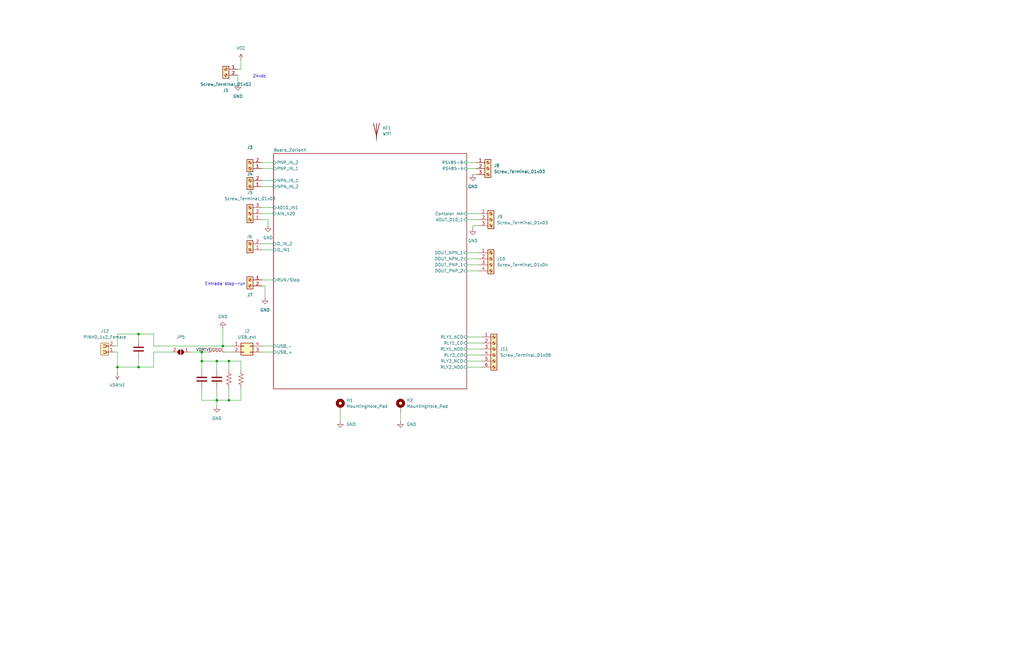
<source format=kicad_sch>
(kicad_sch
	(version 20250114)
	(generator "eeschema")
	(generator_version "9.0")
	(uuid "ae5c9891-8291-492e-8a61-8ac340267b67")
	(paper "B")
	(title_block
		(title "ZorionX-Nivara")
		(date "2025-06-13")
		(rev "1")
		(company "Electia_ITLA")
	)
	(lib_symbols
		(symbol "Connector:Screw_Terminal_01x02"
			(pin_names
				(offset 1.016)
				(hide yes)
			)
			(exclude_from_sim no)
			(in_bom yes)
			(on_board yes)
			(property "Reference" "J"
				(at 0 2.54 0)
				(effects
					(font
						(size 1.27 1.27)
					)
				)
			)
			(property "Value" "Screw_Terminal_01x02"
				(at 0 -5.08 0)
				(effects
					(font
						(size 1.27 1.27)
					)
				)
			)
			(property "Footprint" ""
				(at 0 0 0)
				(effects
					(font
						(size 1.27 1.27)
					)
					(hide yes)
				)
			)
			(property "Datasheet" "~"
				(at 0 0 0)
				(effects
					(font
						(size 1.27 1.27)
					)
					(hide yes)
				)
			)
			(property "Description" "Generic screw terminal, single row, 01x02, script generated (kicad-library-utils/schlib/autogen/connector/)"
				(at 0 0 0)
				(effects
					(font
						(size 1.27 1.27)
					)
					(hide yes)
				)
			)
			(property "ki_keywords" "screw terminal"
				(at 0 0 0)
				(effects
					(font
						(size 1.27 1.27)
					)
					(hide yes)
				)
			)
			(property "ki_fp_filters" "TerminalBlock*:*"
				(at 0 0 0)
				(effects
					(font
						(size 1.27 1.27)
					)
					(hide yes)
				)
			)
			(symbol "Screw_Terminal_01x02_1_1"
				(rectangle
					(start -1.27 1.27)
					(end 1.27 -3.81)
					(stroke
						(width 0.254)
						(type default)
					)
					(fill
						(type background)
					)
				)
				(polyline
					(pts
						(xy -0.5334 0.3302) (xy 0.3302 -0.508)
					)
					(stroke
						(width 0.1524)
						(type default)
					)
					(fill
						(type none)
					)
				)
				(polyline
					(pts
						(xy -0.5334 -2.2098) (xy 0.3302 -3.048)
					)
					(stroke
						(width 0.1524)
						(type default)
					)
					(fill
						(type none)
					)
				)
				(polyline
					(pts
						(xy -0.3556 0.508) (xy 0.508 -0.3302)
					)
					(stroke
						(width 0.1524)
						(type default)
					)
					(fill
						(type none)
					)
				)
				(polyline
					(pts
						(xy -0.3556 -2.032) (xy 0.508 -2.8702)
					)
					(stroke
						(width 0.1524)
						(type default)
					)
					(fill
						(type none)
					)
				)
				(circle
					(center 0 0)
					(radius 0.635)
					(stroke
						(width 0.1524)
						(type default)
					)
					(fill
						(type none)
					)
				)
				(circle
					(center 0 -2.54)
					(radius 0.635)
					(stroke
						(width 0.1524)
						(type default)
					)
					(fill
						(type none)
					)
				)
				(pin passive line
					(at -5.08 0 0)
					(length 3.81)
					(name "Pin_1"
						(effects
							(font
								(size 1.27 1.27)
							)
						)
					)
					(number "1"
						(effects
							(font
								(size 1.27 1.27)
							)
						)
					)
				)
				(pin passive line
					(at -5.08 -2.54 0)
					(length 3.81)
					(name "Pin_2"
						(effects
							(font
								(size 1.27 1.27)
							)
						)
					)
					(number "2"
						(effects
							(font
								(size 1.27 1.27)
							)
						)
					)
				)
			)
			(embedded_fonts no)
		)
		(symbol "Connector:Screw_Terminal_01x03"
			(pin_names
				(offset 1.016)
				(hide yes)
			)
			(exclude_from_sim no)
			(in_bom yes)
			(on_board yes)
			(property "Reference" "J"
				(at 0 5.08 0)
				(effects
					(font
						(size 1.27 1.27)
					)
				)
			)
			(property "Value" "Screw_Terminal_01x03"
				(at 0 -5.08 0)
				(effects
					(font
						(size 1.27 1.27)
					)
				)
			)
			(property "Footprint" ""
				(at 0 0 0)
				(effects
					(font
						(size 1.27 1.27)
					)
					(hide yes)
				)
			)
			(property "Datasheet" "~"
				(at 0 0 0)
				(effects
					(font
						(size 1.27 1.27)
					)
					(hide yes)
				)
			)
			(property "Description" "Generic screw terminal, single row, 01x03, script generated (kicad-library-utils/schlib/autogen/connector/)"
				(at 0 0 0)
				(effects
					(font
						(size 1.27 1.27)
					)
					(hide yes)
				)
			)
			(property "ki_keywords" "screw terminal"
				(at 0 0 0)
				(effects
					(font
						(size 1.27 1.27)
					)
					(hide yes)
				)
			)
			(property "ki_fp_filters" "TerminalBlock*:*"
				(at 0 0 0)
				(effects
					(font
						(size 1.27 1.27)
					)
					(hide yes)
				)
			)
			(symbol "Screw_Terminal_01x03_1_1"
				(rectangle
					(start -1.27 3.81)
					(end 1.27 -3.81)
					(stroke
						(width 0.254)
						(type default)
					)
					(fill
						(type background)
					)
				)
				(polyline
					(pts
						(xy -0.5334 2.8702) (xy 0.3302 2.032)
					)
					(stroke
						(width 0.1524)
						(type default)
					)
					(fill
						(type none)
					)
				)
				(polyline
					(pts
						(xy -0.5334 0.3302) (xy 0.3302 -0.508)
					)
					(stroke
						(width 0.1524)
						(type default)
					)
					(fill
						(type none)
					)
				)
				(polyline
					(pts
						(xy -0.5334 -2.2098) (xy 0.3302 -3.048)
					)
					(stroke
						(width 0.1524)
						(type default)
					)
					(fill
						(type none)
					)
				)
				(polyline
					(pts
						(xy -0.3556 3.048) (xy 0.508 2.2098)
					)
					(stroke
						(width 0.1524)
						(type default)
					)
					(fill
						(type none)
					)
				)
				(polyline
					(pts
						(xy -0.3556 0.508) (xy 0.508 -0.3302)
					)
					(stroke
						(width 0.1524)
						(type default)
					)
					(fill
						(type none)
					)
				)
				(polyline
					(pts
						(xy -0.3556 -2.032) (xy 0.508 -2.8702)
					)
					(stroke
						(width 0.1524)
						(type default)
					)
					(fill
						(type none)
					)
				)
				(circle
					(center 0 2.54)
					(radius 0.635)
					(stroke
						(width 0.1524)
						(type default)
					)
					(fill
						(type none)
					)
				)
				(circle
					(center 0 0)
					(radius 0.635)
					(stroke
						(width 0.1524)
						(type default)
					)
					(fill
						(type none)
					)
				)
				(circle
					(center 0 -2.54)
					(radius 0.635)
					(stroke
						(width 0.1524)
						(type default)
					)
					(fill
						(type none)
					)
				)
				(pin passive line
					(at -5.08 2.54 0)
					(length 3.81)
					(name "Pin_1"
						(effects
							(font
								(size 1.27 1.27)
							)
						)
					)
					(number "1"
						(effects
							(font
								(size 1.27 1.27)
							)
						)
					)
				)
				(pin passive line
					(at -5.08 0 0)
					(length 3.81)
					(name "Pin_2"
						(effects
							(font
								(size 1.27 1.27)
							)
						)
					)
					(number "2"
						(effects
							(font
								(size 1.27 1.27)
							)
						)
					)
				)
				(pin passive line
					(at -5.08 -2.54 0)
					(length 3.81)
					(name "Pin_3"
						(effects
							(font
								(size 1.27 1.27)
							)
						)
					)
					(number "3"
						(effects
							(font
								(size 1.27 1.27)
							)
						)
					)
				)
			)
			(embedded_fonts no)
		)
		(symbol "Connector:Screw_Terminal_01x04"
			(pin_names
				(offset 1.016)
				(hide yes)
			)
			(exclude_from_sim no)
			(in_bom yes)
			(on_board yes)
			(property "Reference" "J"
				(at 0 5.08 0)
				(effects
					(font
						(size 1.27 1.27)
					)
				)
			)
			(property "Value" "Screw_Terminal_01x04"
				(at 0 -7.62 0)
				(effects
					(font
						(size 1.27 1.27)
					)
				)
			)
			(property "Footprint" ""
				(at 0 0 0)
				(effects
					(font
						(size 1.27 1.27)
					)
					(hide yes)
				)
			)
			(property "Datasheet" "~"
				(at 0 0 0)
				(effects
					(font
						(size 1.27 1.27)
					)
					(hide yes)
				)
			)
			(property "Description" "Generic screw terminal, single row, 01x04, script generated (kicad-library-utils/schlib/autogen/connector/)"
				(at 0 0 0)
				(effects
					(font
						(size 1.27 1.27)
					)
					(hide yes)
				)
			)
			(property "ki_keywords" "screw terminal"
				(at 0 0 0)
				(effects
					(font
						(size 1.27 1.27)
					)
					(hide yes)
				)
			)
			(property "ki_fp_filters" "TerminalBlock*:*"
				(at 0 0 0)
				(effects
					(font
						(size 1.27 1.27)
					)
					(hide yes)
				)
			)
			(symbol "Screw_Terminal_01x04_1_1"
				(rectangle
					(start -1.27 3.81)
					(end 1.27 -6.35)
					(stroke
						(width 0.254)
						(type default)
					)
					(fill
						(type background)
					)
				)
				(polyline
					(pts
						(xy -0.5334 2.8702) (xy 0.3302 2.032)
					)
					(stroke
						(width 0.1524)
						(type default)
					)
					(fill
						(type none)
					)
				)
				(polyline
					(pts
						(xy -0.5334 0.3302) (xy 0.3302 -0.508)
					)
					(stroke
						(width 0.1524)
						(type default)
					)
					(fill
						(type none)
					)
				)
				(polyline
					(pts
						(xy -0.5334 -2.2098) (xy 0.3302 -3.048)
					)
					(stroke
						(width 0.1524)
						(type default)
					)
					(fill
						(type none)
					)
				)
				(polyline
					(pts
						(xy -0.5334 -4.7498) (xy 0.3302 -5.588)
					)
					(stroke
						(width 0.1524)
						(type default)
					)
					(fill
						(type none)
					)
				)
				(polyline
					(pts
						(xy -0.3556 3.048) (xy 0.508 2.2098)
					)
					(stroke
						(width 0.1524)
						(type default)
					)
					(fill
						(type none)
					)
				)
				(polyline
					(pts
						(xy -0.3556 0.508) (xy 0.508 -0.3302)
					)
					(stroke
						(width 0.1524)
						(type default)
					)
					(fill
						(type none)
					)
				)
				(polyline
					(pts
						(xy -0.3556 -2.032) (xy 0.508 -2.8702)
					)
					(stroke
						(width 0.1524)
						(type default)
					)
					(fill
						(type none)
					)
				)
				(polyline
					(pts
						(xy -0.3556 -4.572) (xy 0.508 -5.4102)
					)
					(stroke
						(width 0.1524)
						(type default)
					)
					(fill
						(type none)
					)
				)
				(circle
					(center 0 2.54)
					(radius 0.635)
					(stroke
						(width 0.1524)
						(type default)
					)
					(fill
						(type none)
					)
				)
				(circle
					(center 0 0)
					(radius 0.635)
					(stroke
						(width 0.1524)
						(type default)
					)
					(fill
						(type none)
					)
				)
				(circle
					(center 0 -2.54)
					(radius 0.635)
					(stroke
						(width 0.1524)
						(type default)
					)
					(fill
						(type none)
					)
				)
				(circle
					(center 0 -5.08)
					(radius 0.635)
					(stroke
						(width 0.1524)
						(type default)
					)
					(fill
						(type none)
					)
				)
				(pin passive line
					(at -5.08 2.54 0)
					(length 3.81)
					(name "Pin_1"
						(effects
							(font
								(size 1.27 1.27)
							)
						)
					)
					(number "1"
						(effects
							(font
								(size 1.27 1.27)
							)
						)
					)
				)
				(pin passive line
					(at -5.08 0 0)
					(length 3.81)
					(name "Pin_2"
						(effects
							(font
								(size 1.27 1.27)
							)
						)
					)
					(number "2"
						(effects
							(font
								(size 1.27 1.27)
							)
						)
					)
				)
				(pin passive line
					(at -5.08 -2.54 0)
					(length 3.81)
					(name "Pin_3"
						(effects
							(font
								(size 1.27 1.27)
							)
						)
					)
					(number "3"
						(effects
							(font
								(size 1.27 1.27)
							)
						)
					)
				)
				(pin passive line
					(at -5.08 -5.08 0)
					(length 3.81)
					(name "Pin_4"
						(effects
							(font
								(size 1.27 1.27)
							)
						)
					)
					(number "4"
						(effects
							(font
								(size 1.27 1.27)
							)
						)
					)
				)
			)
			(embedded_fonts no)
		)
		(symbol "Connector:Screw_Terminal_01x06"
			(pin_names
				(offset 1.016)
				(hide yes)
			)
			(exclude_from_sim no)
			(in_bom yes)
			(on_board yes)
			(property "Reference" "J"
				(at 0 7.62 0)
				(effects
					(font
						(size 1.27 1.27)
					)
				)
			)
			(property "Value" "Screw_Terminal_01x06"
				(at 0 -10.16 0)
				(effects
					(font
						(size 1.27 1.27)
					)
				)
			)
			(property "Footprint" ""
				(at 0 0 0)
				(effects
					(font
						(size 1.27 1.27)
					)
					(hide yes)
				)
			)
			(property "Datasheet" "~"
				(at 0 0 0)
				(effects
					(font
						(size 1.27 1.27)
					)
					(hide yes)
				)
			)
			(property "Description" "Generic screw terminal, single row, 01x06, script generated (kicad-library-utils/schlib/autogen/connector/)"
				(at 0 0 0)
				(effects
					(font
						(size 1.27 1.27)
					)
					(hide yes)
				)
			)
			(property "ki_keywords" "screw terminal"
				(at 0 0 0)
				(effects
					(font
						(size 1.27 1.27)
					)
					(hide yes)
				)
			)
			(property "ki_fp_filters" "TerminalBlock*:*"
				(at 0 0 0)
				(effects
					(font
						(size 1.27 1.27)
					)
					(hide yes)
				)
			)
			(symbol "Screw_Terminal_01x06_1_1"
				(rectangle
					(start -1.27 6.35)
					(end 1.27 -8.89)
					(stroke
						(width 0.254)
						(type default)
					)
					(fill
						(type background)
					)
				)
				(polyline
					(pts
						(xy -0.5334 5.4102) (xy 0.3302 4.572)
					)
					(stroke
						(width 0.1524)
						(type default)
					)
					(fill
						(type none)
					)
				)
				(polyline
					(pts
						(xy -0.5334 2.8702) (xy 0.3302 2.032)
					)
					(stroke
						(width 0.1524)
						(type default)
					)
					(fill
						(type none)
					)
				)
				(polyline
					(pts
						(xy -0.5334 0.3302) (xy 0.3302 -0.508)
					)
					(stroke
						(width 0.1524)
						(type default)
					)
					(fill
						(type none)
					)
				)
				(polyline
					(pts
						(xy -0.5334 -2.2098) (xy 0.3302 -3.048)
					)
					(stroke
						(width 0.1524)
						(type default)
					)
					(fill
						(type none)
					)
				)
				(polyline
					(pts
						(xy -0.5334 -4.7498) (xy 0.3302 -5.588)
					)
					(stroke
						(width 0.1524)
						(type default)
					)
					(fill
						(type none)
					)
				)
				(polyline
					(pts
						(xy -0.5334 -7.2898) (xy 0.3302 -8.128)
					)
					(stroke
						(width 0.1524)
						(type default)
					)
					(fill
						(type none)
					)
				)
				(polyline
					(pts
						(xy -0.3556 5.588) (xy 0.508 4.7498)
					)
					(stroke
						(width 0.1524)
						(type default)
					)
					(fill
						(type none)
					)
				)
				(polyline
					(pts
						(xy -0.3556 3.048) (xy 0.508 2.2098)
					)
					(stroke
						(width 0.1524)
						(type default)
					)
					(fill
						(type none)
					)
				)
				(polyline
					(pts
						(xy -0.3556 0.508) (xy 0.508 -0.3302)
					)
					(stroke
						(width 0.1524)
						(type default)
					)
					(fill
						(type none)
					)
				)
				(polyline
					(pts
						(xy -0.3556 -2.032) (xy 0.508 -2.8702)
					)
					(stroke
						(width 0.1524)
						(type default)
					)
					(fill
						(type none)
					)
				)
				(polyline
					(pts
						(xy -0.3556 -4.572) (xy 0.508 -5.4102)
					)
					(stroke
						(width 0.1524)
						(type default)
					)
					(fill
						(type none)
					)
				)
				(polyline
					(pts
						(xy -0.3556 -7.112) (xy 0.508 -7.9502)
					)
					(stroke
						(width 0.1524)
						(type default)
					)
					(fill
						(type none)
					)
				)
				(circle
					(center 0 5.08)
					(radius 0.635)
					(stroke
						(width 0.1524)
						(type default)
					)
					(fill
						(type none)
					)
				)
				(circle
					(center 0 2.54)
					(radius 0.635)
					(stroke
						(width 0.1524)
						(type default)
					)
					(fill
						(type none)
					)
				)
				(circle
					(center 0 0)
					(radius 0.635)
					(stroke
						(width 0.1524)
						(type default)
					)
					(fill
						(type none)
					)
				)
				(circle
					(center 0 -2.54)
					(radius 0.635)
					(stroke
						(width 0.1524)
						(type default)
					)
					(fill
						(type none)
					)
				)
				(circle
					(center 0 -5.08)
					(radius 0.635)
					(stroke
						(width 0.1524)
						(type default)
					)
					(fill
						(type none)
					)
				)
				(circle
					(center 0 -7.62)
					(radius 0.635)
					(stroke
						(width 0.1524)
						(type default)
					)
					(fill
						(type none)
					)
				)
				(pin passive line
					(at -5.08 5.08 0)
					(length 3.81)
					(name "Pin_1"
						(effects
							(font
								(size 1.27 1.27)
							)
						)
					)
					(number "1"
						(effects
							(font
								(size 1.27 1.27)
							)
						)
					)
				)
				(pin passive line
					(at -5.08 2.54 0)
					(length 3.81)
					(name "Pin_2"
						(effects
							(font
								(size 1.27 1.27)
							)
						)
					)
					(number "2"
						(effects
							(font
								(size 1.27 1.27)
							)
						)
					)
				)
				(pin passive line
					(at -5.08 0 0)
					(length 3.81)
					(name "Pin_3"
						(effects
							(font
								(size 1.27 1.27)
							)
						)
					)
					(number "3"
						(effects
							(font
								(size 1.27 1.27)
							)
						)
					)
				)
				(pin passive line
					(at -5.08 -2.54 0)
					(length 3.81)
					(name "Pin_4"
						(effects
							(font
								(size 1.27 1.27)
							)
						)
					)
					(number "4"
						(effects
							(font
								(size 1.27 1.27)
							)
						)
					)
				)
				(pin passive line
					(at -5.08 -5.08 0)
					(length 3.81)
					(name "Pin_5"
						(effects
							(font
								(size 1.27 1.27)
							)
						)
					)
					(number "5"
						(effects
							(font
								(size 1.27 1.27)
							)
						)
					)
				)
				(pin passive line
					(at -5.08 -7.62 0)
					(length 3.81)
					(name "Pin_6"
						(effects
							(font
								(size 1.27 1.27)
							)
						)
					)
					(number "6"
						(effects
							(font
								(size 1.27 1.27)
							)
						)
					)
				)
			)
			(embedded_fonts no)
		)
		(symbol "Connector_Generic:Conn_02x02_Counter_Clockwise"
			(pin_names
				(offset 1.016)
				(hide yes)
			)
			(exclude_from_sim no)
			(in_bom yes)
			(on_board yes)
			(property "Reference" "J"
				(at 1.27 2.54 0)
				(effects
					(font
						(size 1.27 1.27)
					)
				)
			)
			(property "Value" "Conn_02x02_Counter_Clockwise"
				(at 1.27 -5.08 0)
				(effects
					(font
						(size 1.27 1.27)
					)
				)
			)
			(property "Footprint" ""
				(at 0 0 0)
				(effects
					(font
						(size 1.27 1.27)
					)
					(hide yes)
				)
			)
			(property "Datasheet" "~"
				(at 0 0 0)
				(effects
					(font
						(size 1.27 1.27)
					)
					(hide yes)
				)
			)
			(property "Description" "Generic connector, double row, 02x02, counter clockwise pin numbering scheme (similar to DIP package numbering), script generated (kicad-library-utils/schlib/autogen/connector/)"
				(at 0 0 0)
				(effects
					(font
						(size 1.27 1.27)
					)
					(hide yes)
				)
			)
			(property "ki_keywords" "connector"
				(at 0 0 0)
				(effects
					(font
						(size 1.27 1.27)
					)
					(hide yes)
				)
			)
			(property "ki_fp_filters" "Connector*:*_2x??_*"
				(at 0 0 0)
				(effects
					(font
						(size 1.27 1.27)
					)
					(hide yes)
				)
			)
			(symbol "Conn_02x02_Counter_Clockwise_1_1"
				(rectangle
					(start -1.27 1.27)
					(end 3.81 -3.81)
					(stroke
						(width 0.254)
						(type default)
					)
					(fill
						(type background)
					)
				)
				(rectangle
					(start -1.27 0.127)
					(end 0 -0.127)
					(stroke
						(width 0.1524)
						(type default)
					)
					(fill
						(type none)
					)
				)
				(rectangle
					(start -1.27 -2.413)
					(end 0 -2.667)
					(stroke
						(width 0.1524)
						(type default)
					)
					(fill
						(type none)
					)
				)
				(rectangle
					(start 3.81 0.127)
					(end 2.54 -0.127)
					(stroke
						(width 0.1524)
						(type default)
					)
					(fill
						(type none)
					)
				)
				(rectangle
					(start 3.81 -2.413)
					(end 2.54 -2.667)
					(stroke
						(width 0.1524)
						(type default)
					)
					(fill
						(type none)
					)
				)
				(pin passive line
					(at -5.08 0 0)
					(length 3.81)
					(name "Pin_1"
						(effects
							(font
								(size 1.27 1.27)
							)
						)
					)
					(number "1"
						(effects
							(font
								(size 1.27 1.27)
							)
						)
					)
				)
				(pin passive line
					(at -5.08 -2.54 0)
					(length 3.81)
					(name "Pin_2"
						(effects
							(font
								(size 1.27 1.27)
							)
						)
					)
					(number "2"
						(effects
							(font
								(size 1.27 1.27)
							)
						)
					)
				)
				(pin passive line
					(at 7.62 0 180)
					(length 3.81)
					(name "Pin_4"
						(effects
							(font
								(size 1.27 1.27)
							)
						)
					)
					(number "4"
						(effects
							(font
								(size 1.27 1.27)
							)
						)
					)
				)
				(pin passive line
					(at 7.62 -2.54 180)
					(length 3.81)
					(name "Pin_3"
						(effects
							(font
								(size 1.27 1.27)
							)
						)
					)
					(number "3"
						(effects
							(font
								(size 1.27 1.27)
							)
						)
					)
				)
			)
			(embedded_fonts no)
		)
		(symbol "Device:Antenna"
			(pin_numbers
				(hide yes)
			)
			(pin_names
				(offset 1.016)
				(hide yes)
			)
			(exclude_from_sim no)
			(in_bom yes)
			(on_board yes)
			(property "Reference" "AE"
				(at -1.905 1.905 0)
				(effects
					(font
						(size 1.27 1.27)
					)
					(justify right)
				)
			)
			(property "Value" "Antenna"
				(at -1.905 0 0)
				(effects
					(font
						(size 1.27 1.27)
					)
					(justify right)
				)
			)
			(property "Footprint" ""
				(at 0 0 0)
				(effects
					(font
						(size 1.27 1.27)
					)
					(hide yes)
				)
			)
			(property "Datasheet" "~"
				(at 0 0 0)
				(effects
					(font
						(size 1.27 1.27)
					)
					(hide yes)
				)
			)
			(property "Description" "Antenna"
				(at 0 0 0)
				(effects
					(font
						(size 1.27 1.27)
					)
					(hide yes)
				)
			)
			(property "ki_keywords" "antenna"
				(at 0 0 0)
				(effects
					(font
						(size 1.27 1.27)
					)
					(hide yes)
				)
			)
			(symbol "Antenna_0_1"
				(polyline
					(pts
						(xy 0 2.54) (xy 0 -3.81)
					)
					(stroke
						(width 0.254)
						(type default)
					)
					(fill
						(type none)
					)
				)
				(polyline
					(pts
						(xy 1.27 2.54) (xy 0 -2.54) (xy -1.27 2.54)
					)
					(stroke
						(width 0.254)
						(type default)
					)
					(fill
						(type none)
					)
				)
			)
			(symbol "Antenna_1_1"
				(pin input line
					(at 0 -5.08 90)
					(length 2.54)
					(name "A"
						(effects
							(font
								(size 1.27 1.27)
							)
						)
					)
					(number "1"
						(effects
							(font
								(size 1.27 1.27)
							)
						)
					)
				)
			)
			(embedded_fonts no)
		)
		(symbol "Device:C"
			(pin_numbers
				(hide yes)
			)
			(pin_names
				(offset 0.254)
			)
			(exclude_from_sim no)
			(in_bom yes)
			(on_board yes)
			(property "Reference" "C"
				(at 0.635 2.54 0)
				(effects
					(font
						(size 1.27 1.27)
					)
					(justify left)
				)
			)
			(property "Value" "C"
				(at 0.635 -2.54 0)
				(effects
					(font
						(size 1.27 1.27)
					)
					(justify left)
				)
			)
			(property "Footprint" ""
				(at 0.9652 -3.81 0)
				(effects
					(font
						(size 1.27 1.27)
					)
					(hide yes)
				)
			)
			(property "Datasheet" "~"
				(at 0 0 0)
				(effects
					(font
						(size 1.27 1.27)
					)
					(hide yes)
				)
			)
			(property "Description" "Unpolarized capacitor"
				(at 0 0 0)
				(effects
					(font
						(size 1.27 1.27)
					)
					(hide yes)
				)
			)
			(property "ki_keywords" "cap capacitor"
				(at 0 0 0)
				(effects
					(font
						(size 1.27 1.27)
					)
					(hide yes)
				)
			)
			(property "ki_fp_filters" "C_*"
				(at 0 0 0)
				(effects
					(font
						(size 1.27 1.27)
					)
					(hide yes)
				)
			)
			(symbol "C_0_1"
				(polyline
					(pts
						(xy -2.032 0.762) (xy 2.032 0.762)
					)
					(stroke
						(width 0.508)
						(type default)
					)
					(fill
						(type none)
					)
				)
				(polyline
					(pts
						(xy -2.032 -0.762) (xy 2.032 -0.762)
					)
					(stroke
						(width 0.508)
						(type default)
					)
					(fill
						(type none)
					)
				)
			)
			(symbol "C_1_1"
				(pin passive line
					(at 0 3.81 270)
					(length 2.794)
					(name "~"
						(effects
							(font
								(size 1.27 1.27)
							)
						)
					)
					(number "1"
						(effects
							(font
								(size 1.27 1.27)
							)
						)
					)
				)
				(pin passive line
					(at 0 -3.81 90)
					(length 2.794)
					(name "~"
						(effects
							(font
								(size 1.27 1.27)
							)
						)
					)
					(number "2"
						(effects
							(font
								(size 1.27 1.27)
							)
						)
					)
				)
			)
			(embedded_fonts no)
		)
		(symbol "Device:L_Iron"
			(pin_numbers
				(hide yes)
			)
			(pin_names
				(offset 1.016)
				(hide yes)
			)
			(exclude_from_sim no)
			(in_bom yes)
			(on_board yes)
			(property "Reference" "L"
				(at -1.27 0 90)
				(effects
					(font
						(size 1.27 1.27)
					)
				)
			)
			(property "Value" "L_Iron"
				(at 2.794 0 90)
				(effects
					(font
						(size 1.27 1.27)
					)
				)
			)
			(property "Footprint" ""
				(at 0 0 0)
				(effects
					(font
						(size 1.27 1.27)
					)
					(hide yes)
				)
			)
			(property "Datasheet" "~"
				(at 0 0 0)
				(effects
					(font
						(size 1.27 1.27)
					)
					(hide yes)
				)
			)
			(property "Description" "Inductor with iron core"
				(at 0 0 0)
				(effects
					(font
						(size 1.27 1.27)
					)
					(hide yes)
				)
			)
			(property "ki_keywords" "inductor choke coil reactor magnetic"
				(at 0 0 0)
				(effects
					(font
						(size 1.27 1.27)
					)
					(hide yes)
				)
			)
			(property "ki_fp_filters" "Choke_* *Coil* Inductor_* L_*"
				(at 0 0 0)
				(effects
					(font
						(size 1.27 1.27)
					)
					(hide yes)
				)
			)
			(symbol "L_Iron_0_1"
				(arc
					(start 0 2.54)
					(mid 0.6323 1.905)
					(end 0 1.27)
					(stroke
						(width 0)
						(type default)
					)
					(fill
						(type none)
					)
				)
				(arc
					(start 0 1.27)
					(mid 0.6323 0.635)
					(end 0 0)
					(stroke
						(width 0)
						(type default)
					)
					(fill
						(type none)
					)
				)
				(arc
					(start 0 0)
					(mid 0.6323 -0.635)
					(end 0 -1.27)
					(stroke
						(width 0)
						(type default)
					)
					(fill
						(type none)
					)
				)
				(arc
					(start 0 -1.27)
					(mid 0.6323 -1.905)
					(end 0 -2.54)
					(stroke
						(width 0)
						(type default)
					)
					(fill
						(type none)
					)
				)
				(polyline
					(pts
						(xy 1.016 2.54) (xy 1.016 -2.54)
					)
					(stroke
						(width 0)
						(type default)
					)
					(fill
						(type none)
					)
				)
				(polyline
					(pts
						(xy 1.524 -2.54) (xy 1.524 2.54)
					)
					(stroke
						(width 0)
						(type default)
					)
					(fill
						(type none)
					)
				)
			)
			(symbol "L_Iron_1_1"
				(pin passive line
					(at 0 3.81 270)
					(length 1.27)
					(name "1"
						(effects
							(font
								(size 1.27 1.27)
							)
						)
					)
					(number "1"
						(effects
							(font
								(size 1.27 1.27)
							)
						)
					)
				)
				(pin passive line
					(at 0 -3.81 90)
					(length 1.27)
					(name "2"
						(effects
							(font
								(size 1.27 1.27)
							)
						)
					)
					(number "2"
						(effects
							(font
								(size 1.27 1.27)
							)
						)
					)
				)
			)
			(embedded_fonts no)
		)
		(symbol "Device:R_US"
			(pin_numbers
				(hide yes)
			)
			(pin_names
				(offset 0)
			)
			(exclude_from_sim no)
			(in_bom yes)
			(on_board yes)
			(property "Reference" "R"
				(at 2.54 0 90)
				(effects
					(font
						(size 1.27 1.27)
					)
				)
			)
			(property "Value" "R_US"
				(at -2.54 0 90)
				(effects
					(font
						(size 1.27 1.27)
					)
				)
			)
			(property "Footprint" ""
				(at 1.016 -0.254 90)
				(effects
					(font
						(size 1.27 1.27)
					)
					(hide yes)
				)
			)
			(property "Datasheet" "~"
				(at 0 0 0)
				(effects
					(font
						(size 1.27 1.27)
					)
					(hide yes)
				)
			)
			(property "Description" "Resistor, US symbol"
				(at 0 0 0)
				(effects
					(font
						(size 1.27 1.27)
					)
					(hide yes)
				)
			)
			(property "ki_keywords" "R res resistor"
				(at 0 0 0)
				(effects
					(font
						(size 1.27 1.27)
					)
					(hide yes)
				)
			)
			(property "ki_fp_filters" "R_*"
				(at 0 0 0)
				(effects
					(font
						(size 1.27 1.27)
					)
					(hide yes)
				)
			)
			(symbol "R_US_0_1"
				(polyline
					(pts
						(xy 0 2.286) (xy 0 2.54)
					)
					(stroke
						(width 0)
						(type default)
					)
					(fill
						(type none)
					)
				)
				(polyline
					(pts
						(xy 0 2.286) (xy 1.016 1.905) (xy 0 1.524) (xy -1.016 1.143) (xy 0 0.762)
					)
					(stroke
						(width 0)
						(type default)
					)
					(fill
						(type none)
					)
				)
				(polyline
					(pts
						(xy 0 0.762) (xy 1.016 0.381) (xy 0 0) (xy -1.016 -0.381) (xy 0 -0.762)
					)
					(stroke
						(width 0)
						(type default)
					)
					(fill
						(type none)
					)
				)
				(polyline
					(pts
						(xy 0 -0.762) (xy 1.016 -1.143) (xy 0 -1.524) (xy -1.016 -1.905) (xy 0 -2.286)
					)
					(stroke
						(width 0)
						(type default)
					)
					(fill
						(type none)
					)
				)
				(polyline
					(pts
						(xy 0 -2.286) (xy 0 -2.54)
					)
					(stroke
						(width 0)
						(type default)
					)
					(fill
						(type none)
					)
				)
			)
			(symbol "R_US_1_1"
				(pin passive line
					(at 0 3.81 270)
					(length 1.27)
					(name "~"
						(effects
							(font
								(size 1.27 1.27)
							)
						)
					)
					(number "1"
						(effects
							(font
								(size 1.27 1.27)
							)
						)
					)
				)
				(pin passive line
					(at 0 -3.81 90)
					(length 1.27)
					(name "~"
						(effects
							(font
								(size 1.27 1.27)
							)
						)
					)
					(number "2"
						(effects
							(font
								(size 1.27 1.27)
							)
						)
					)
				)
			)
			(embedded_fonts no)
		)
		(symbol "EasyEDA:GND"
			(power)
			(pin_numbers
				(hide yes)
			)
			(pin_names
				(offset 0)
				(hide yes)
			)
			(exclude_from_sim no)
			(in_bom yes)
			(on_board yes)
			(property "Reference" "#PWR"
				(at 0 -6.35 0)
				(effects
					(font
						(size 1.27 1.27)
					)
					(hide yes)
				)
			)
			(property "Value" "GND"
				(at 0 -3.81 0)
				(effects
					(font
						(size 1.27 1.27)
					)
				)
			)
			(property "Footprint" ""
				(at 0 0 0)
				(effects
					(font
						(size 1.27 1.27)
					)
					(hide yes)
				)
			)
			(property "Datasheet" ""
				(at 0 0 0)
				(effects
					(font
						(size 1.27 1.27)
					)
					(hide yes)
				)
			)
			(property "Description" "Power symbol creates a global label with name \"GND\" , ground"
				(at 0 0 0)
				(effects
					(font
						(size 1.27 1.27)
					)
					(hide yes)
				)
			)
			(property "ki_keywords" "global power"
				(at 0 0 0)
				(effects
					(font
						(size 1.27 1.27)
					)
					(hide yes)
				)
			)
			(symbol "GND_0_1"
				(polyline
					(pts
						(xy 0 0) (xy 0 -1.27) (xy 1.27 -1.27) (xy 0 -2.54) (xy -1.27 -1.27) (xy 0 -1.27)
					)
					(stroke
						(width 0)
						(type default)
					)
					(fill
						(type none)
					)
				)
			)
			(symbol "GND_1_1"
				(pin power_in line
					(at 0 0 270)
					(length 0)
					(name "~"
						(effects
							(font
								(size 1.27 1.27)
							)
						)
					)
					(number "1"
						(effects
							(font
								(size 1.27 1.27)
							)
						)
					)
				)
			)
			(embedded_fonts no)
		)
		(symbol "EasyEDA:MountingHole_Pad"
			(pin_numbers
				(hide yes)
			)
			(pin_names
				(offset 1.016)
				(hide yes)
			)
			(exclude_from_sim no)
			(in_bom no)
			(on_board yes)
			(property "Reference" "H"
				(at 0 6.35 0)
				(effects
					(font
						(size 1.27 1.27)
					)
				)
			)
			(property "Value" "MountingHole_Pad"
				(at 0 4.445 0)
				(effects
					(font
						(size 1.27 1.27)
					)
				)
			)
			(property "Footprint" ""
				(at 0 0 0)
				(effects
					(font
						(size 1.27 1.27)
					)
					(hide yes)
				)
			)
			(property "Datasheet" "~"
				(at 0 0 0)
				(effects
					(font
						(size 1.27 1.27)
					)
					(hide yes)
				)
			)
			(property "Description" "Mounting Hole with connection"
				(at 0 0 0)
				(effects
					(font
						(size 1.27 1.27)
					)
					(hide yes)
				)
			)
			(property "ki_keywords" "mounting hole"
				(at 0 0 0)
				(effects
					(font
						(size 1.27 1.27)
					)
					(hide yes)
				)
			)
			(property "ki_fp_filters" "MountingHole*Pad*"
				(at 0 0 0)
				(effects
					(font
						(size 1.27 1.27)
					)
					(hide yes)
				)
			)
			(symbol "MountingHole_Pad_0_1"
				(circle
					(center 0 1.27)
					(radius 1.27)
					(stroke
						(width 1.27)
						(type default)
					)
					(fill
						(type none)
					)
				)
			)
			(symbol "MountingHole_Pad_1_1"
				(pin input line
					(at 0 -2.54 90)
					(length 2.54)
					(name "1"
						(effects
							(font
								(size 1.27 1.27)
							)
						)
					)
					(number "1"
						(effects
							(font
								(size 1.27 1.27)
							)
						)
					)
				)
			)
			(embedded_fonts no)
		)
		(symbol "Jumper:SolderJumper_2_Open"
			(pin_names
				(offset 0)
				(hide yes)
			)
			(exclude_from_sim no)
			(in_bom yes)
			(on_board yes)
			(property "Reference" "JP"
				(at 0 2.032 0)
				(effects
					(font
						(size 1.27 1.27)
					)
				)
			)
			(property "Value" "SolderJumper_2_Open"
				(at 0 -2.54 0)
				(effects
					(font
						(size 1.27 1.27)
					)
				)
			)
			(property "Footprint" ""
				(at 0 0 0)
				(effects
					(font
						(size 1.27 1.27)
					)
					(hide yes)
				)
			)
			(property "Datasheet" "~"
				(at 0 0 0)
				(effects
					(font
						(size 1.27 1.27)
					)
					(hide yes)
				)
			)
			(property "Description" "Solder Jumper, 2-pole, open"
				(at 0 0 0)
				(effects
					(font
						(size 1.27 1.27)
					)
					(hide yes)
				)
			)
			(property "ki_keywords" "solder jumper SPST"
				(at 0 0 0)
				(effects
					(font
						(size 1.27 1.27)
					)
					(hide yes)
				)
			)
			(property "ki_fp_filters" "SolderJumper*Open*"
				(at 0 0 0)
				(effects
					(font
						(size 1.27 1.27)
					)
					(hide yes)
				)
			)
			(symbol "SolderJumper_2_Open_0_1"
				(polyline
					(pts
						(xy -0.254 1.016) (xy -0.254 -1.016)
					)
					(stroke
						(width 0)
						(type default)
					)
					(fill
						(type none)
					)
				)
				(arc
					(start -0.254 -1.016)
					(mid -1.2656 0)
					(end -0.254 1.016)
					(stroke
						(width 0)
						(type default)
					)
					(fill
						(type none)
					)
				)
				(arc
					(start -0.254 -1.016)
					(mid -1.2656 0)
					(end -0.254 1.016)
					(stroke
						(width 0)
						(type default)
					)
					(fill
						(type outline)
					)
				)
				(arc
					(start 0.254 1.016)
					(mid 1.2656 0)
					(end 0.254 -1.016)
					(stroke
						(width 0)
						(type default)
					)
					(fill
						(type none)
					)
				)
				(arc
					(start 0.254 1.016)
					(mid 1.2656 0)
					(end 0.254 -1.016)
					(stroke
						(width 0)
						(type default)
					)
					(fill
						(type outline)
					)
				)
				(polyline
					(pts
						(xy 0.254 1.016) (xy 0.254 -1.016)
					)
					(stroke
						(width 0)
						(type default)
					)
					(fill
						(type none)
					)
				)
			)
			(symbol "SolderJumper_2_Open_1_1"
				(pin passive line
					(at -3.81 0 0)
					(length 2.54)
					(name "A"
						(effects
							(font
								(size 1.27 1.27)
							)
						)
					)
					(number "1"
						(effects
							(font
								(size 1.27 1.27)
							)
						)
					)
				)
				(pin passive line
					(at 3.81 0 180)
					(length 2.54)
					(name "B"
						(effects
							(font
								(size 1.27 1.27)
							)
						)
					)
					(number "2"
						(effects
							(font
								(size 1.27 1.27)
							)
						)
					)
				)
			)
			(embedded_fonts no)
		)
		(symbol "SL_Pin_Headers:PINHD_1x2_Female"
			(exclude_from_sim no)
			(in_bom yes)
			(on_board yes)
			(property "Reference" "J"
				(at 0 7.62 0)
				(effects
					(font
						(size 1.27 1.27)
					)
				)
			)
			(property "Value" "PINHD_1x2_Female"
				(at 0 5.08 0)
				(effects
					(font
						(size 1.27 1.27)
					)
				)
			)
			(property "Footprint" "Connector_PinSocket_2.54mm:PinSocket_1x02_P2.54mm_Vertical"
				(at 2.54 10.16 0)
				(effects
					(font
						(size 1.27 1.27)
					)
					(hide yes)
				)
			)
			(property "Datasheet" ""
				(at 0 7.62 0)
				(effects
					(font
						(size 1.27 1.27)
					)
					(hide yes)
				)
			)
			(property "Description" "Pin Header female with pin space 2.54mm. Pin Count -2"
				(at 0 0 0)
				(effects
					(font
						(size 1.27 1.27)
					)
					(hide yes)
				)
			)
			(property "ki_keywords" "Pin Header"
				(at 0 0 0)
				(effects
					(font
						(size 1.27 1.27)
					)
					(hide yes)
				)
			)
			(property "ki_fp_filters" "PinSocket_1x02_P2.54mm*"
				(at 0 0 0)
				(effects
					(font
						(size 1.27 1.27)
					)
					(hide yes)
				)
			)
			(symbol "PINHD_1x2_Female_0_1"
				(rectangle
					(start -1.27 2.54)
					(end 1.905 -2.54)
					(stroke
						(width 0)
						(type default)
					)
					(fill
						(type background)
					)
				)
				(polyline
					(pts
						(xy -1.27 1.27) (xy -0.508 1.27)
					)
					(stroke
						(width 0.25)
						(type default)
					)
					(fill
						(type none)
					)
				)
				(polyline
					(pts
						(xy -1.27 -1.27) (xy -0.508 -1.27)
					)
					(stroke
						(width 0.25)
						(type default)
					)
					(fill
						(type none)
					)
				)
				(polyline
					(pts
						(xy 0 1.778) (xy 1.016 1.778)
					)
					(stroke
						(width 0.25)
						(type default)
					)
					(fill
						(type none)
					)
				)
				(arc
					(start -0.508 1.27)
					(mid -0.3592 1.6292)
					(end 0 1.778)
					(stroke
						(width 0.25)
						(type default)
					)
					(fill
						(type none)
					)
				)
				(arc
					(start 0 0.762)
					(mid -0.3592 0.9108)
					(end -0.508 1.27)
					(stroke
						(width 0.25)
						(type default)
					)
					(fill
						(type none)
					)
				)
				(polyline
					(pts
						(xy 0 0.762) (xy 1.016 0.762)
					)
					(stroke
						(width 0.25)
						(type default)
					)
					(fill
						(type none)
					)
				)
				(polyline
					(pts
						(xy 0 -0.762) (xy 1.016 -0.762)
					)
					(stroke
						(width 0.25)
						(type default)
					)
					(fill
						(type none)
					)
				)
				(arc
					(start -0.508 -1.27)
					(mid -0.3592 -0.9108)
					(end 0 -0.762)
					(stroke
						(width 0.25)
						(type default)
					)
					(fill
						(type none)
					)
				)
				(arc
					(start 0 -1.778)
					(mid -0.3592 -1.6292)
					(end -0.508 -1.27)
					(stroke
						(width 0.25)
						(type default)
					)
					(fill
						(type none)
					)
				)
				(polyline
					(pts
						(xy 0 -1.778) (xy 1.016 -1.778)
					)
					(stroke
						(width 0.25)
						(type default)
					)
					(fill
						(type none)
					)
				)
			)
			(symbol "PINHD_1x2_Female_1_1"
				(pin passive line
					(at -3.81 1.27 0)
					(length 2.54)
					(name ""
						(effects
							(font
								(size 1.27 1.27)
							)
						)
					)
					(number "1"
						(effects
							(font
								(size 1.27 1.27)
							)
						)
					)
				)
				(pin passive line
					(at -3.81 -1.27 0)
					(length 2.54)
					(name ""
						(effects
							(font
								(size 1.27 1.27)
							)
						)
					)
					(number "2"
						(effects
							(font
								(size 1.27 1.27)
							)
						)
					)
				)
			)
			(embedded_fonts no)
		)
		(symbol "power:+3.3V"
			(power)
			(pin_numbers
				(hide yes)
			)
			(pin_names
				(offset 0)
				(hide yes)
			)
			(exclude_from_sim no)
			(in_bom yes)
			(on_board yes)
			(property "Reference" "#PWR"
				(at 0 -3.81 0)
				(effects
					(font
						(size 1.27 1.27)
					)
					(hide yes)
				)
			)
			(property "Value" "+3.3V"
				(at 0 3.556 0)
				(effects
					(font
						(size 1.27 1.27)
					)
				)
			)
			(property "Footprint" ""
				(at 0 0 0)
				(effects
					(font
						(size 1.27 1.27)
					)
					(hide yes)
				)
			)
			(property "Datasheet" ""
				(at 0 0 0)
				(effects
					(font
						(size 1.27 1.27)
					)
					(hide yes)
				)
			)
			(property "Description" "Power symbol creates a global label with name \"+3.3V\""
				(at 0 0 0)
				(effects
					(font
						(size 1.27 1.27)
					)
					(hide yes)
				)
			)
			(property "ki_keywords" "global power"
				(at 0 0 0)
				(effects
					(font
						(size 1.27 1.27)
					)
					(hide yes)
				)
			)
			(symbol "+3.3V_0_1"
				(polyline
					(pts
						(xy -0.762 1.27) (xy 0 2.54)
					)
					(stroke
						(width 0)
						(type default)
					)
					(fill
						(type none)
					)
				)
				(polyline
					(pts
						(xy 0 2.54) (xy 0.762 1.27)
					)
					(stroke
						(width 0)
						(type default)
					)
					(fill
						(type none)
					)
				)
				(polyline
					(pts
						(xy 0 0) (xy 0 2.54)
					)
					(stroke
						(width 0)
						(type default)
					)
					(fill
						(type none)
					)
				)
			)
			(symbol "+3.3V_1_1"
				(pin power_in line
					(at 0 0 90)
					(length 0)
					(name "~"
						(effects
							(font
								(size 1.27 1.27)
							)
						)
					)
					(number "1"
						(effects
							(font
								(size 1.27 1.27)
							)
						)
					)
				)
			)
			(embedded_fonts no)
		)
		(symbol "power:GND"
			(power)
			(pin_numbers
				(hide yes)
			)
			(pin_names
				(offset 0)
				(hide yes)
			)
			(exclude_from_sim no)
			(in_bom yes)
			(on_board yes)
			(property "Reference" "#PWR"
				(at 0 -6.35 0)
				(effects
					(font
						(size 1.27 1.27)
					)
					(hide yes)
				)
			)
			(property "Value" "GND"
				(at 0 -3.81 0)
				(effects
					(font
						(size 1.27 1.27)
					)
				)
			)
			(property "Footprint" ""
				(at 0 0 0)
				(effects
					(font
						(size 1.27 1.27)
					)
					(hide yes)
				)
			)
			(property "Datasheet" ""
				(at 0 0 0)
				(effects
					(font
						(size 1.27 1.27)
					)
					(hide yes)
				)
			)
			(property "Description" "Power symbol creates a global label with name \"GND\" , ground"
				(at 0 0 0)
				(effects
					(font
						(size 1.27 1.27)
					)
					(hide yes)
				)
			)
			(property "ki_keywords" "global power"
				(at 0 0 0)
				(effects
					(font
						(size 1.27 1.27)
					)
					(hide yes)
				)
			)
			(symbol "GND_0_1"
				(polyline
					(pts
						(xy 0 0) (xy 0 -1.27) (xy 1.27 -1.27) (xy 0 -2.54) (xy -1.27 -1.27) (xy 0 -1.27)
					)
					(stroke
						(width 0)
						(type default)
					)
					(fill
						(type none)
					)
				)
			)
			(symbol "GND_1_1"
				(pin power_in line
					(at 0 0 270)
					(length 0)
					(name "~"
						(effects
							(font
								(size 1.27 1.27)
							)
						)
					)
					(number "1"
						(effects
							(font
								(size 1.27 1.27)
							)
						)
					)
				)
			)
			(embedded_fonts no)
		)
		(symbol "power:VCC"
			(power)
			(pin_numbers
				(hide yes)
			)
			(pin_names
				(offset 0)
				(hide yes)
			)
			(exclude_from_sim no)
			(in_bom yes)
			(on_board yes)
			(property "Reference" "#PWR"
				(at 0 -3.81 0)
				(effects
					(font
						(size 1.27 1.27)
					)
					(hide yes)
				)
			)
			(property "Value" "VCC"
				(at 0 3.556 0)
				(effects
					(font
						(size 1.27 1.27)
					)
				)
			)
			(property "Footprint" ""
				(at 0 0 0)
				(effects
					(font
						(size 1.27 1.27)
					)
					(hide yes)
				)
			)
			(property "Datasheet" ""
				(at 0 0 0)
				(effects
					(font
						(size 1.27 1.27)
					)
					(hide yes)
				)
			)
			(property "Description" "Power symbol creates a global label with name \"VCC\""
				(at 0 0 0)
				(effects
					(font
						(size 1.27 1.27)
					)
					(hide yes)
				)
			)
			(property "ki_keywords" "global power"
				(at 0 0 0)
				(effects
					(font
						(size 1.27 1.27)
					)
					(hide yes)
				)
			)
			(symbol "VCC_0_1"
				(polyline
					(pts
						(xy -0.762 1.27) (xy 0 2.54)
					)
					(stroke
						(width 0)
						(type default)
					)
					(fill
						(type none)
					)
				)
				(polyline
					(pts
						(xy 0 2.54) (xy 0.762 1.27)
					)
					(stroke
						(width 0)
						(type default)
					)
					(fill
						(type none)
					)
				)
				(polyline
					(pts
						(xy 0 0) (xy 0 2.54)
					)
					(stroke
						(width 0)
						(type default)
					)
					(fill
						(type none)
					)
				)
			)
			(symbol "VCC_1_1"
				(pin power_in line
					(at 0 0 90)
					(length 0)
					(name "~"
						(effects
							(font
								(size 1.27 1.27)
							)
						)
					)
					(number "1"
						(effects
							(font
								(size 1.27 1.27)
							)
						)
					)
				)
			)
			(embedded_fonts no)
		)
	)
	(text "24vdc\n"
		(exclude_from_sim no)
		(at 109.474 32.258 0)
		(effects
			(font
				(size 1.27 1.27)
			)
		)
		(uuid "2088c1ae-8c4d-4ba6-933b-36c6e19217b7")
	)
	(text "Entrada stop-run\n"
		(exclude_from_sim no)
		(at 94.996 119.888 0)
		(effects
			(font
				(size 1.27 1.27)
			)
		)
		(uuid "5ab52a43-346e-40de-901a-a8b5311e195f")
	)
	(junction
		(at 85.09 148.59)
		(diameter 0)
		(color 0 0 0 0)
		(uuid "019ad92a-175b-4dfe-832c-d6d11e9379d1")
	)
	(junction
		(at 58.42 154.94)
		(diameter 0)
		(color 0 0 0 0)
		(uuid "119a6607-be89-4eb6-af69-4762327a1bcc")
	)
	(junction
		(at 96.52 168.91)
		(diameter 0)
		(color 0 0 0 0)
		(uuid "255ed684-efb0-4667-b9e8-d2fc3f4054ea")
	)
	(junction
		(at 91.44 168.91)
		(diameter 0)
		(color 0 0 0 0)
		(uuid "2d3d5022-1b22-4bd1-b90e-ec3509e12d1b")
	)
	(junction
		(at 91.44 152.4)
		(diameter 0)
		(color 0 0 0 0)
		(uuid "55b12387-6f87-4a35-94db-6a5ec61ecf7f")
	)
	(junction
		(at 58.42 140.97)
		(diameter 0)
		(color 0 0 0 0)
		(uuid "67a57ae4-169d-4f28-8a5d-c8f32beb292c")
	)
	(junction
		(at 49.53 154.94)
		(diameter 0)
		(color 0 0 0 0)
		(uuid "700b358d-cced-4fe6-b097-5673912b3192")
	)
	(junction
		(at 96.52 152.4)
		(diameter 0)
		(color 0 0 0 0)
		(uuid "7c227368-0fd0-446f-9027-b86e372884ac")
	)
	(junction
		(at 93.98 146.05)
		(diameter 0)
		(color 0 0 0 0)
		(uuid "8933d998-f154-4255-a629-ae3c15ed44ad")
	)
	(junction
		(at 85.09 152.4)
		(diameter 0)
		(color 0 0 0 0)
		(uuid "fdc69cd4-d38a-411c-880e-32e065d1e277")
	)
	(wire
		(pts
			(xy 64.77 140.97) (xy 58.42 140.97)
		)
		(stroke
			(width 0)
			(type default)
		)
		(uuid "00707355-a618-4113-acfb-bfc632a65887")
	)
	(wire
		(pts
			(xy 110.49 90.17) (xy 115.316 90.17)
		)
		(stroke
			(width 0)
			(type default)
		)
		(uuid "032b4360-e8aa-40d0-be9b-aad4bdb48f11")
	)
	(wire
		(pts
			(xy 91.44 156.21) (xy 91.44 152.4)
		)
		(stroke
			(width 0)
			(type default)
		)
		(uuid "07f0661c-ea15-408e-b67a-73f6d68c6006")
	)
	(wire
		(pts
			(xy 91.44 168.91) (xy 91.44 171.45)
		)
		(stroke
			(width 0)
			(type default)
		)
		(uuid "0f98c748-3a35-4e90-a06f-199e2af154d1")
	)
	(wire
		(pts
			(xy 101.6 29.21) (xy 101.6 25.4)
		)
		(stroke
			(width 0)
			(type default)
		)
		(uuid "13d58855-8267-4cc6-8a15-c2a189bc38ac")
	)
	(wire
		(pts
			(xy 48.26 148.59) (xy 49.53 148.59)
		)
		(stroke
			(width 0)
			(type default)
		)
		(uuid "14d5e62c-687e-4527-b359-89c986776ebd")
	)
	(wire
		(pts
			(xy 96.52 152.4) (xy 96.52 156.21)
		)
		(stroke
			(width 0)
			(type default)
		)
		(uuid "1b15036e-45cb-4ff0-a766-d714f816a66b")
	)
	(wire
		(pts
			(xy 91.44 152.4) (xy 96.52 152.4)
		)
		(stroke
			(width 0)
			(type default)
		)
		(uuid "1e7a298a-c5a5-4b14-959f-a58f7285bb05")
	)
	(wire
		(pts
			(xy 91.44 168.91) (xy 96.52 168.91)
		)
		(stroke
			(width 0)
			(type default)
		)
		(uuid "1e7f6a04-477c-4bfa-b080-1e67448e4815")
	)
	(wire
		(pts
			(xy 196.85 144.78) (xy 203.2 144.78)
		)
		(stroke
			(width 0)
			(type default)
		)
		(uuid "1ececeb9-24a4-4256-8e43-464ed05e626a")
	)
	(wire
		(pts
			(xy 168.91 173.99) (xy 168.91 177.8)
		)
		(stroke
			(width 0)
			(type default)
		)
		(uuid "1fded83f-d561-4f27-b023-344def530731")
	)
	(wire
		(pts
			(xy 110.49 68.58) (xy 115.316 68.58)
		)
		(stroke
			(width 0)
			(type default)
		)
		(uuid "21134344-f1f2-4849-8608-ba8d8a9c1150")
	)
	(wire
		(pts
			(xy 111.76 125.73) (xy 111.76 120.65)
		)
		(stroke
			(width 0)
			(type default)
		)
		(uuid "2337a1c1-da75-4fe5-903c-fb4be7340cb2")
	)
	(wire
		(pts
			(xy 49.53 148.59) (xy 49.53 154.94)
		)
		(stroke
			(width 0)
			(type default)
		)
		(uuid "275285b4-d448-4c74-8002-58f25640da6d")
	)
	(wire
		(pts
			(xy 113.03 92.71) (xy 110.49 92.71)
		)
		(stroke
			(width 0)
			(type default)
		)
		(uuid "2ac453a7-e00e-43d8-9c3e-764f962a653c")
	)
	(wire
		(pts
			(xy 199.39 95.25) (xy 199.39 96.52)
		)
		(stroke
			(width 0)
			(type default)
		)
		(uuid "2c4a722b-34b8-4209-9ad4-a69fac0e3b90")
	)
	(wire
		(pts
			(xy 85.09 148.59) (xy 85.09 152.4)
		)
		(stroke
			(width 0)
			(type default)
		)
		(uuid "2fdb7981-c538-4a01-8d60-91641c621bfa")
	)
	(wire
		(pts
			(xy 93.98 138.43) (xy 93.98 146.05)
		)
		(stroke
			(width 0)
			(type default)
		)
		(uuid "31d4931f-cf6e-46a7-82f9-831fac6a44ea")
	)
	(wire
		(pts
			(xy 110.49 105.41) (xy 115.316 105.41)
		)
		(stroke
			(width 0)
			(type default)
		)
		(uuid "34d4a46e-9dae-42ce-8f20-7d8a444ade42")
	)
	(wire
		(pts
			(xy 64.77 146.05) (xy 93.98 146.05)
		)
		(stroke
			(width 0)
			(type default)
		)
		(uuid "3539cf1e-6b2d-49e4-bd85-427a5a24090a")
	)
	(wire
		(pts
			(xy 80.01 148.59) (xy 85.09 148.59)
		)
		(stroke
			(width 0)
			(type default)
		)
		(uuid "385aa009-128c-4f9a-af61-66879e255c3f")
	)
	(wire
		(pts
			(xy 196.85 149.86) (xy 203.2 149.86)
		)
		(stroke
			(width 0)
			(type default)
		)
		(uuid "38a4c630-af97-41d4-858a-b45af59af1b3")
	)
	(wire
		(pts
			(xy 111.76 120.65) (xy 110.49 120.65)
		)
		(stroke
			(width 0)
			(type default)
		)
		(uuid "3f587437-ba57-48ab-b45e-53bc416ac7db")
	)
	(wire
		(pts
			(xy 196.85 90.17) (xy 201.93 90.17)
		)
		(stroke
			(width 0)
			(type default)
		)
		(uuid "4d433b2d-df46-4993-a247-9ff236c483f2")
	)
	(wire
		(pts
			(xy 196.85 142.24) (xy 203.2 142.24)
		)
		(stroke
			(width 0)
			(type default)
		)
		(uuid "4e278f62-8fa5-49cb-86b5-319f0c20df80")
	)
	(wire
		(pts
			(xy 49.53 154.94) (xy 58.42 154.94)
		)
		(stroke
			(width 0)
			(type default)
		)
		(uuid "50baf306-97ab-42e3-8e16-0e8de9d28773")
	)
	(wire
		(pts
			(xy 64.77 154.94) (xy 64.77 148.59)
		)
		(stroke
			(width 0)
			(type default)
		)
		(uuid "513d17f0-7893-4be7-8aa8-6d18fe4abebd")
	)
	(wire
		(pts
			(xy 110.49 102.87) (xy 115.316 102.87)
		)
		(stroke
			(width 0)
			(type default)
		)
		(uuid "54026c87-60e4-4000-a3b9-7e4b915dbead")
	)
	(wire
		(pts
			(xy 85.09 168.91) (xy 85.09 163.83)
		)
		(stroke
			(width 0)
			(type default)
		)
		(uuid "54eab285-d5e3-4772-b57f-6ab9cd670d20")
	)
	(wire
		(pts
			(xy 196.85 152.4) (xy 203.2 152.4)
		)
		(stroke
			(width 0)
			(type default)
		)
		(uuid "559c4693-00f4-47f7-855e-7771fab2bac4")
	)
	(wire
		(pts
			(xy 196.85 109.22) (xy 201.93 109.22)
		)
		(stroke
			(width 0)
			(type default)
		)
		(uuid "563d4a0e-bbc8-4668-ae81-810be871abd3")
	)
	(wire
		(pts
			(xy 96.52 163.83) (xy 96.52 168.91)
		)
		(stroke
			(width 0)
			(type default)
		)
		(uuid "59c794ff-9ee7-4659-9dea-9d5415fd0c60")
	)
	(wire
		(pts
			(xy 110.49 118.11) (xy 115.316 118.11)
		)
		(stroke
			(width 0)
			(type default)
		)
		(uuid "5dbb0bd6-eb0d-465c-94ed-46a11b70a987")
	)
	(wire
		(pts
			(xy 196.85 106.68) (xy 201.93 106.68)
		)
		(stroke
			(width 0)
			(type default)
		)
		(uuid "66edd36b-1a8b-45b0-8f56-5ca239afa63a")
	)
	(wire
		(pts
			(xy 49.53 154.94) (xy 49.53 157.48)
		)
		(stroke
			(width 0)
			(type default)
		)
		(uuid "70416be5-c047-4da4-b94a-4a14430f4229")
	)
	(wire
		(pts
			(xy 110.49 71.12) (xy 115.316 71.12)
		)
		(stroke
			(width 0)
			(type default)
		)
		(uuid "739ac515-41f5-49a5-b230-91d4e403c699")
	)
	(wire
		(pts
			(xy 91.44 152.4) (xy 85.09 152.4)
		)
		(stroke
			(width 0)
			(type default)
		)
		(uuid "77cfb87e-2f5f-4fd3-ae7c-353b22c2c328")
	)
	(wire
		(pts
			(xy 100.33 31.75) (xy 100.33 35.56)
		)
		(stroke
			(width 0)
			(type default)
		)
		(uuid "7ba398c3-8d86-4c04-8a48-79d334d1a9dc")
	)
	(wire
		(pts
			(xy 113.03 92.71) (xy 113.03 95.25)
		)
		(stroke
			(width 0)
			(type default)
		)
		(uuid "7c5c9068-c92f-4573-b4a1-e718b75e4f51")
	)
	(wire
		(pts
			(xy 196.85 68.58) (xy 200.66 68.58)
		)
		(stroke
			(width 0)
			(type default)
		)
		(uuid "7f96568e-b073-41bd-bc85-75f50a75bfd1")
	)
	(wire
		(pts
			(xy 196.85 71.12) (xy 200.66 71.12)
		)
		(stroke
			(width 0)
			(type default)
		)
		(uuid "81491998-ce41-4a4e-bef7-c1f83bc147d5")
	)
	(wire
		(pts
			(xy 110.49 76.2) (xy 115.316 76.2)
		)
		(stroke
			(width 0)
			(type default)
		)
		(uuid "83ccdcb5-1e40-469f-a684-3188c1c76fbc")
	)
	(wire
		(pts
			(xy 110.49 78.74) (xy 115.316 78.74)
		)
		(stroke
			(width 0)
			(type default)
		)
		(uuid "84a1e679-64d2-4e29-a1ff-e0ceadd143a7")
	)
	(wire
		(pts
			(xy 96.52 168.91) (xy 101.6 168.91)
		)
		(stroke
			(width 0)
			(type default)
		)
		(uuid "86364527-5bf4-49f9-a53a-94da000ae9bf")
	)
	(wire
		(pts
			(xy 85.09 168.91) (xy 91.44 168.91)
		)
		(stroke
			(width 0)
			(type default)
		)
		(uuid "8a6d7fe7-3ce5-4512-afa9-c00c2f1ba8b0")
	)
	(wire
		(pts
			(xy 96.52 152.4) (xy 101.6 152.4)
		)
		(stroke
			(width 0)
			(type default)
		)
		(uuid "94dbef57-1ea0-4fdd-8007-5f5592daf542")
	)
	(wire
		(pts
			(xy 58.42 140.97) (xy 58.42 143.51)
		)
		(stroke
			(width 0)
			(type default)
		)
		(uuid "9c811cd3-62a4-4234-92e9-8a7d6c08a5fe")
	)
	(wire
		(pts
			(xy 196.85 92.71) (xy 201.93 92.71)
		)
		(stroke
			(width 0)
			(type default)
		)
		(uuid "9f7eaed4-2b87-4459-992d-e274932424c1")
	)
	(wire
		(pts
			(xy 93.98 146.05) (xy 97.79 146.05)
		)
		(stroke
			(width 0)
			(type default)
		)
		(uuid "a0e7f051-5eb7-4909-88d0-7d4753ab7c57")
	)
	(wire
		(pts
			(xy 64.77 146.05) (xy 64.77 140.97)
		)
		(stroke
			(width 0)
			(type default)
		)
		(uuid "a27ea8a3-20b4-44f2-8b39-7f20d8145d78")
	)
	(wire
		(pts
			(xy 85.09 148.59) (xy 87.63 148.59)
		)
		(stroke
			(width 0)
			(type default)
		)
		(uuid "a5a848e2-8f87-4832-8fa0-20ee16a1b14a")
	)
	(wire
		(pts
			(xy 49.53 140.97) (xy 58.42 140.97)
		)
		(stroke
			(width 0)
			(type default)
		)
		(uuid "a5c0a66c-a421-40a2-bd5c-65f14ba48bb1")
	)
	(wire
		(pts
			(xy 196.85 147.32) (xy 203.2 147.32)
		)
		(stroke
			(width 0)
			(type default)
		)
		(uuid "a6d4fcda-9e9d-4499-ac40-9bb5bd757e3e")
	)
	(wire
		(pts
			(xy 196.85 114.3) (xy 201.93 114.3)
		)
		(stroke
			(width 0)
			(type default)
		)
		(uuid "a8312f46-993b-42a4-95ff-e3387268fc20")
	)
	(wire
		(pts
			(xy 58.42 154.94) (xy 64.77 154.94)
		)
		(stroke
			(width 0)
			(type default)
		)
		(uuid "adeb52d8-b427-4380-a492-5f58fa27a532")
	)
	(wire
		(pts
			(xy 196.85 154.94) (xy 203.2 154.94)
		)
		(stroke
			(width 0)
			(type default)
		)
		(uuid "b2f09053-a2cb-4a9b-9164-23db07fc24b1")
	)
	(wire
		(pts
			(xy 49.53 146.05) (xy 49.53 140.97)
		)
		(stroke
			(width 0)
			(type default)
		)
		(uuid "b4321df1-9789-43bc-994a-015255dfc482")
	)
	(wire
		(pts
			(xy 143.51 173.99) (xy 143.51 177.8)
		)
		(stroke
			(width 0)
			(type default)
		)
		(uuid "b5edc556-f16c-451b-9b12-8b9e2488bd99")
	)
	(wire
		(pts
			(xy 91.44 163.83) (xy 91.44 168.91)
		)
		(stroke
			(width 0)
			(type default)
		)
		(uuid "bcbe34f2-d06e-4791-8de1-1e9a5ff97bb9")
	)
	(wire
		(pts
			(xy 101.6 163.83) (xy 101.6 168.91)
		)
		(stroke
			(width 0)
			(type default)
		)
		(uuid "be8926f7-ffbd-4251-b599-b7bee8f4df62")
	)
	(wire
		(pts
			(xy 201.93 95.25) (xy 199.39 95.25)
		)
		(stroke
			(width 0)
			(type default)
		)
		(uuid "c0c51967-95fe-43bb-8e59-b18b0404820a")
	)
	(wire
		(pts
			(xy 100.33 29.21) (xy 101.6 29.21)
		)
		(stroke
			(width 0)
			(type default)
		)
		(uuid "c8a3293b-3270-40c9-a8c4-f253c258639b")
	)
	(wire
		(pts
			(xy 95.25 148.59) (xy 97.79 148.59)
		)
		(stroke
			(width 0)
			(type default)
		)
		(uuid "cdda3a23-7228-4ca1-a8b2-c4b74ff9937f")
	)
	(wire
		(pts
			(xy 49.53 146.05) (xy 48.26 146.05)
		)
		(stroke
			(width 0)
			(type default)
		)
		(uuid "d17d493e-3d98-4dc5-8a58-ec6151896bed")
	)
	(wire
		(pts
			(xy 196.85 111.76) (xy 201.93 111.76)
		)
		(stroke
			(width 0)
			(type default)
		)
		(uuid "d3e55efa-a2d1-483d-8e1a-8505b92fa71e")
	)
	(wire
		(pts
			(xy 85.09 152.4) (xy 85.09 156.21)
		)
		(stroke
			(width 0)
			(type default)
		)
		(uuid "e5b97a53-9a0a-4519-93a0-81aa1ec94f7d")
	)
	(wire
		(pts
			(xy 110.49 146.05) (xy 115.316 146.05)
		)
		(stroke
			(width 0)
			(type default)
		)
		(uuid "e6f5bdd0-65fb-4dd5-8494-f7957a2de921")
	)
	(wire
		(pts
			(xy 64.77 148.59) (xy 72.39 148.59)
		)
		(stroke
			(width 0)
			(type default)
		)
		(uuid "ea844a19-6d74-4e51-8b40-fdba7b4d4d23")
	)
	(wire
		(pts
			(xy 110.49 87.63) (xy 115.316 87.63)
		)
		(stroke
			(width 0)
			(type default)
		)
		(uuid "f459c9ec-d2b2-4e2f-be03-6e1337b98f13")
	)
	(wire
		(pts
			(xy 101.6 156.21) (xy 101.6 152.4)
		)
		(stroke
			(width 0)
			(type default)
		)
		(uuid "f4abacda-8478-4e18-9f1d-745b35956493")
	)
	(wire
		(pts
			(xy 58.42 151.13) (xy 58.42 154.94)
		)
		(stroke
			(width 0)
			(type default)
		)
		(uuid "f4b579b9-e269-4344-b614-0a09cdb21f1f")
	)
	(wire
		(pts
			(xy 110.49 148.59) (xy 115.316 148.59)
		)
		(stroke
			(width 0)
			(type default)
		)
		(uuid "f592acf0-c5a6-4420-b77f-70f6a2cc1bfc")
	)
	(wire
		(pts
			(xy 199.39 73.66) (xy 200.66 73.66)
		)
		(stroke
			(width 0)
			(type default)
		)
		(uuid "f8bb8b91-7366-4b69-bef2-558c137eda1e")
	)
	(label "VDRIVE"
		(at 82.55 148.59 0)
		(effects
			(font
				(size 1.27 1.27)
			)
			(justify left bottom)
		)
		(uuid "6083e9d9-8959-452c-91a8-f5d381a2f181")
	)
	(symbol
		(lib_id "power:VCC")
		(at 101.6 25.4 0)
		(unit 1)
		(exclude_from_sim no)
		(in_bom yes)
		(on_board yes)
		(dnp no)
		(fields_autoplaced yes)
		(uuid "0253e84d-3c19-4f54-9e29-0bfb7572fc25")
		(property "Reference" "#PWR02"
			(at 101.6 29.21 0)
			(effects
				(font
					(size 1.27 1.27)
				)
				(hide yes)
			)
		)
		(property "Value" "VCC"
			(at 101.6 20.32 0)
			(effects
				(font
					(size 1.27 1.27)
				)
			)
		)
		(property "Footprint" ""
			(at 101.6 25.4 0)
			(effects
				(font
					(size 1.27 1.27)
				)
				(hide yes)
			)
		)
		(property "Datasheet" ""
			(at 101.6 25.4 0)
			(effects
				(font
					(size 1.27 1.27)
				)
				(hide yes)
			)
		)
		(property "Description" "Power symbol creates a global label with name \"VCC\""
			(at 101.6 25.4 0)
			(effects
				(font
					(size 1.27 1.27)
				)
				(hide yes)
			)
		)
		(pin "1"
			(uuid "4a65ce84-0a77-4dc9-a398-bbecd504452b")
		)
		(instances
			(project "ZorionX-Nivara"
				(path "/ae5c9891-8291-492e-8a61-8ac340267b67"
					(reference "#PWR02")
					(unit 1)
				)
			)
		)
	)
	(symbol
		(lib_id "Connector:Screw_Terminal_01x02")
		(at 105.41 105.41 180)
		(unit 1)
		(exclude_from_sim no)
		(in_bom yes)
		(on_board yes)
		(dnp no)
		(uuid "0d2f2358-1545-4c94-ab00-3df032b288ba")
		(property "Reference" "J6"
			(at 105.156 99.822 0)
			(effects
				(font
					(size 1.27 1.27)
				)
			)
		)
		(property "Value" "Screw_Terminal_01x02"
			(at 105.41 99.06 0)
			(effects
				(font
					(size 1.27 1.27)
				)
				(hide yes)
			)
		)
		(property "Footprint" "TerminalBlock_Phoenix:TerminalBlock_Phoenix_PT-1,5-2-5.0-H_1x02_P5.00mm_Horizontal"
			(at 105.41 105.41 0)
			(effects
				(font
					(size 1.27 1.27)
				)
				(hide yes)
			)
		)
		(property "Datasheet" "~"
			(at 105.41 105.41 0)
			(effects
				(font
					(size 1.27 1.27)
				)
				(hide yes)
			)
		)
		(property "Description" "Generic screw terminal, single row, 01x02, script generated (kicad-library-utils/schlib/autogen/connector/)"
			(at 105.41 105.41 0)
			(effects
				(font
					(size 1.27 1.27)
				)
				(hide yes)
			)
		)
		(pin "1"
			(uuid "f6a9d6e4-1fc6-4d89-80f5-f2d3c076b4ca")
		)
		(pin "2"
			(uuid "9299f9b2-5cb1-4d47-bc00-4db96f6d53e0")
		)
		(instances
			(project "ZorionX-Nivara"
				(path "/ae5c9891-8291-492e-8a61-8ac340267b67"
					(reference "J6")
					(unit 1)
				)
			)
		)
	)
	(symbol
		(lib_id "Connector:Screw_Terminal_01x02")
		(at 105.41 71.12 180)
		(unit 1)
		(exclude_from_sim no)
		(in_bom yes)
		(on_board yes)
		(dnp no)
		(fields_autoplaced yes)
		(uuid "0e9d8ce5-c0c1-475f-97dc-fd6dcd8a86fe")
		(property "Reference" "J3"
			(at 105.41 62.23 0)
			(effects
				(font
					(size 1.27 1.27)
				)
			)
		)
		(property "Value" "Screw_Terminal_01x02"
			(at 105.41 64.77 0)
			(effects
				(font
					(size 1.27 1.27)
				)
				(hide yes)
			)
		)
		(property "Footprint" "TerminalBlock_Phoenix:TerminalBlock_Phoenix_PT-1,5-2-5.0-H_1x02_P5.00mm_Horizontal"
			(at 105.41 71.12 0)
			(effects
				(font
					(size 1.27 1.27)
				)
				(hide yes)
			)
		)
		(property "Datasheet" "~"
			(at 105.41 71.12 0)
			(effects
				(font
					(size 1.27 1.27)
				)
				(hide yes)
			)
		)
		(property "Description" "Generic screw terminal, single row, 01x02, script generated (kicad-library-utils/schlib/autogen/connector/)"
			(at 105.41 71.12 0)
			(effects
				(font
					(size 1.27 1.27)
				)
				(hide yes)
			)
		)
		(pin "1"
			(uuid "06e5fbcc-6492-48e0-ab84-30bd0d109064")
		)
		(pin "2"
			(uuid "7770593f-3278-4d19-898e-b95100259fde")
		)
		(instances
			(project "ZorionX-Nivara"
				(path "/ae5c9891-8291-492e-8a61-8ac340267b67"
					(reference "J3")
					(unit 1)
				)
			)
		)
	)
	(symbol
		(lib_id "power:GND")
		(at 93.98 138.43 180)
		(unit 1)
		(exclude_from_sim no)
		(in_bom yes)
		(on_board yes)
		(dnp no)
		(fields_autoplaced yes)
		(uuid "13197b8e-0a48-41b7-b339-61178ee70534")
		(property "Reference" "#PWR073"
			(at 93.98 132.08 0)
			(effects
				(font
					(size 1.27 1.27)
				)
				(hide yes)
			)
		)
		(property "Value" "GND"
			(at 93.98 133.6246 0)
			(effects
				(font
					(size 1.27 1.27)
				)
			)
		)
		(property "Footprint" ""
			(at 93.98 138.43 0)
			(effects
				(font
					(size 1.27 1.27)
				)
				(hide yes)
			)
		)
		(property "Datasheet" ""
			(at 93.98 138.43 0)
			(effects
				(font
					(size 1.27 1.27)
				)
				(hide yes)
			)
		)
		(property "Description" "Power symbol creates a global label with name \"GND\" , ground"
			(at 93.98 138.43 0)
			(effects
				(font
					(size 1.27 1.27)
				)
				(hide yes)
			)
		)
		(pin "1"
			(uuid "204cd112-84cc-4978-9f62-c3eecde2d172")
		)
		(instances
			(project "ZorionX-Nivara_V1.4"
				(path "/ae5c9891-8291-492e-8a61-8ac340267b67"
					(reference "#PWR073")
					(unit 1)
				)
			)
		)
	)
	(symbol
		(lib_id "Device:R_US")
		(at 101.6 160.02 0)
		(unit 1)
		(exclude_from_sim no)
		(in_bom yes)
		(on_board yes)
		(dnp no)
		(fields_autoplaced yes)
		(uuid "19f3ebcd-4b9b-4aa3-b4d3-1027683f7bc0")
		(property "Reference" "R39"
			(at 104.14 158.7499 0)
			(effects
				(font
					(size 1.27 1.27)
				)
				(justify left)
				(hide yes)
			)
		)
		(property "Value" "R_US"
			(at 104.14 161.2899 0)
			(effects
				(font
					(size 1.27 1.27)
				)
				(justify left)
				(hide yes)
			)
		)
		(property "Footprint" "Resistor_SMD:R_0603_1608Metric"
			(at 102.616 160.274 90)
			(effects
				(font
					(size 1.27 1.27)
				)
				(hide yes)
			)
		)
		(property "Datasheet" "~"
			(at 101.6 160.02 0)
			(effects
				(font
					(size 1.27 1.27)
				)
				(hide yes)
			)
		)
		(property "Description" "Resistor, US symbol"
			(at 101.6 160.02 0)
			(effects
				(font
					(size 1.27 1.27)
				)
				(hide yes)
			)
		)
		(pin "1"
			(uuid "7ed5348b-3d04-4c60-a51b-a4b1753a86c4")
		)
		(pin "2"
			(uuid "072b8421-baf0-44b7-837b-9ecaea6aa997")
		)
		(instances
			(project "ZorionX-Nivara_V1.4"
				(path "/ae5c9891-8291-492e-8a61-8ac340267b67"
					(reference "R39")
					(unit 1)
				)
			)
		)
	)
	(symbol
		(lib_id "Device:L_Iron")
		(at 91.44 148.59 90)
		(unit 1)
		(exclude_from_sim no)
		(in_bom yes)
		(on_board yes)
		(dnp no)
		(fields_autoplaced yes)
		(uuid "1e51aab1-21bf-4246-b195-57b028cf2ae7")
		(property "Reference" "L2"
			(at 91.44 142.24 90)
			(effects
				(font
					(size 1.27 1.27)
				)
				(hide yes)
			)
		)
		(property "Value" "L_Iron"
			(at 91.44 144.78 90)
			(effects
				(font
					(size 1.27 1.27)
				)
				(hide yes)
			)
		)
		(property "Footprint" "Inductor_SMD:L_Bourns-SRN6028"
			(at 91.44 148.59 0)
			(effects
				(font
					(size 1.27 1.27)
				)
				(hide yes)
			)
		)
		(property "Datasheet" "~"
			(at 91.44 148.59 0)
			(effects
				(font
					(size 1.27 1.27)
				)
				(hide yes)
			)
		)
		(property "Description" "Inductor with iron core"
			(at 91.44 148.59 0)
			(effects
				(font
					(size 1.27 1.27)
				)
				(hide yes)
			)
		)
		(pin "1"
			(uuid "bf3323f0-3f42-4320-a5f0-48a636ae3aae")
		)
		(pin "2"
			(uuid "bfdc9b60-7d6b-48c0-971b-bd777005f70c")
		)
		(instances
			(project "ZorionX-Nivara_V1.4"
				(path "/ae5c9891-8291-492e-8a61-8ac340267b67"
					(reference "L2")
					(unit 1)
				)
			)
		)
	)
	(symbol
		(lib_id "Connector:Screw_Terminal_01x02")
		(at 105.41 78.74 180)
		(unit 1)
		(exclude_from_sim no)
		(in_bom yes)
		(on_board yes)
		(dnp no)
		(uuid "33afe8b6-af84-4b06-bfd3-75ef87f0dfbe")
		(property "Reference" "J4"
			(at 105.41 73.406 0)
			(effects
				(font
					(size 1.27 1.27)
				)
			)
		)
		(property "Value" "Screw_Terminal_01x02"
			(at 105.41 72.39 0)
			(effects
				(font
					(size 1.27 1.27)
				)
				(hide yes)
			)
		)
		(property "Footprint" "TerminalBlock_Phoenix:TerminalBlock_Phoenix_PT-1,5-2-5.0-H_1x02_P5.00mm_Horizontal"
			(at 105.41 78.74 0)
			(effects
				(font
					(size 1.27 1.27)
				)
				(hide yes)
			)
		)
		(property "Datasheet" "~"
			(at 105.41 78.74 0)
			(effects
				(font
					(size 1.27 1.27)
				)
				(hide yes)
			)
		)
		(property "Description" "Generic screw terminal, single row, 01x02, script generated (kicad-library-utils/schlib/autogen/connector/)"
			(at 105.41 78.74 0)
			(effects
				(font
					(size 1.27 1.27)
				)
				(hide yes)
			)
		)
		(pin "1"
			(uuid "aa187db4-80bd-4c17-a5c9-3ff36018db3c")
		)
		(pin "2"
			(uuid "48833ed0-b324-47cd-85ff-d8536c253f65")
		)
		(instances
			(project "ZorionX-Nivara"
				(path "/ae5c9891-8291-492e-8a61-8ac340267b67"
					(reference "J4")
					(unit 1)
				)
			)
		)
	)
	(symbol
		(lib_id "power:GND")
		(at 91.44 171.45 0)
		(unit 1)
		(exclude_from_sim no)
		(in_bom yes)
		(on_board yes)
		(dnp no)
		(fields_autoplaced yes)
		(uuid "3ad241b5-0936-4734-8d7d-edd73ea10b63")
		(property "Reference" "#PWR083"
			(at 91.44 177.8 0)
			(effects
				(font
					(size 1.27 1.27)
				)
				(hide yes)
			)
		)
		(property "Value" "GND"
			(at 91.44 176.53 0)
			(effects
				(font
					(size 1.27 1.27)
				)
			)
		)
		(property "Footprint" ""
			(at 91.44 171.45 0)
			(effects
				(font
					(size 1.27 1.27)
				)
				(hide yes)
			)
		)
		(property "Datasheet" ""
			(at 91.44 171.45 0)
			(effects
				(font
					(size 1.27 1.27)
				)
				(hide yes)
			)
		)
		(property "Description" "Power symbol creates a global label with name \"GND\" , ground"
			(at 91.44 171.45 0)
			(effects
				(font
					(size 1.27 1.27)
				)
				(hide yes)
			)
		)
		(pin "1"
			(uuid "50875486-ae27-43ec-a69c-ab44f2804425")
		)
		(instances
			(project "ZorionX-Nivara_V1.4"
				(path "/ae5c9891-8291-492e-8a61-8ac340267b67"
					(reference "#PWR083")
					(unit 1)
				)
			)
		)
	)
	(symbol
		(lib_id "EasyEDA:MountingHole_Pad")
		(at 143.51 171.45 0)
		(unit 1)
		(exclude_from_sim no)
		(in_bom no)
		(on_board yes)
		(dnp no)
		(fields_autoplaced yes)
		(uuid "531a50ac-de26-4edd-b136-1dd4b42296a3")
		(property "Reference" "H1"
			(at 146.05 168.9099 0)
			(effects
				(font
					(size 1.27 1.27)
				)
				(justify left)
			)
		)
		(property "Value" "MountingHole_Pad"
			(at 146.05 171.4499 0)
			(effects
				(font
					(size 1.27 1.27)
				)
				(justify left)
			)
		)
		(property "Footprint" "MountingHole:MountingHole_3.2mm_M3_Pad_Via"
			(at 143.51 171.45 0)
			(effects
				(font
					(size 1.27 1.27)
				)
				(hide yes)
			)
		)
		(property "Datasheet" "~"
			(at 143.51 171.45 0)
			(effects
				(font
					(size 1.27 1.27)
				)
				(hide yes)
			)
		)
		(property "Description" "Mounting Hole with connection"
			(at 143.51 171.45 0)
			(effects
				(font
					(size 1.27 1.27)
				)
				(hide yes)
			)
		)
		(pin "1"
			(uuid "579b5852-3ce9-417a-bb01-2799cae4fdaf")
		)
		(instances
			(project "ZorionX-Nivara_V1.4"
				(path "/ae5c9891-8291-492e-8a61-8ac340267b67"
					(reference "H1")
					(unit 1)
				)
			)
		)
	)
	(symbol
		(lib_id "EasyEDA:MountingHole_Pad")
		(at 168.91 171.45 0)
		(unit 1)
		(exclude_from_sim no)
		(in_bom no)
		(on_board yes)
		(dnp no)
		(fields_autoplaced yes)
		(uuid "53278173-5c53-4f96-9d56-8b7ee6aa2dc8")
		(property "Reference" "H2"
			(at 171.45 168.9099 0)
			(effects
				(font
					(size 1.27 1.27)
				)
				(justify left)
			)
		)
		(property "Value" "MountingHole_Pad"
			(at 171.45 171.4499 0)
			(effects
				(font
					(size 1.27 1.27)
				)
				(justify left)
			)
		)
		(property "Footprint" "MountingHole:MountingHole_3.2mm_M3_Pad_Via"
			(at 168.91 171.45 0)
			(effects
				(font
					(size 1.27 1.27)
				)
				(hide yes)
			)
		)
		(property "Datasheet" "~"
			(at 168.91 171.45 0)
			(effects
				(font
					(size 1.27 1.27)
				)
				(hide yes)
			)
		)
		(property "Description" "Mounting Hole with connection"
			(at 168.91 171.45 0)
			(effects
				(font
					(size 1.27 1.27)
				)
				(hide yes)
			)
		)
		(pin "1"
			(uuid "f73f159c-fe9f-4b4d-8279-ccc2a340d7a8")
		)
		(instances
			(project "ZorionX-Nivara_V1.4"
				(path "/ae5c9891-8291-492e-8a61-8ac340267b67"
					(reference "H2")
					(unit 1)
				)
			)
		)
	)
	(symbol
		(lib_id "power:GND")
		(at 199.39 96.52 0)
		(unit 1)
		(exclude_from_sim no)
		(in_bom yes)
		(on_board yes)
		(dnp no)
		(fields_autoplaced yes)
		(uuid "54969064-70fd-4ffd-998a-f5fdda88b2b7")
		(property "Reference" "#PWR08"
			(at 199.39 102.87 0)
			(effects
				(font
					(size 1.27 1.27)
				)
				(hide yes)
			)
		)
		(property "Value" "GND"
			(at 199.39 101.6 0)
			(effects
				(font
					(size 1.27 1.27)
				)
			)
		)
		(property "Footprint" ""
			(at 199.39 96.52 0)
			(effects
				(font
					(size 1.27 1.27)
				)
				(hide yes)
			)
		)
		(property "Datasheet" ""
			(at 199.39 96.52 0)
			(effects
				(font
					(size 1.27 1.27)
				)
				(hide yes)
			)
		)
		(property "Description" "Power symbol creates a global label with name \"GND\" , ground"
			(at 199.39 96.52 0)
			(effects
				(font
					(size 1.27 1.27)
				)
				(hide yes)
			)
		)
		(pin "1"
			(uuid "e4be6a3e-80b5-4dda-85bc-a1ed9f4b6830")
		)
		(instances
			(project "ZorionX-Nivara"
				(path "/ae5c9891-8291-492e-8a61-8ac340267b67"
					(reference "#PWR08")
					(unit 1)
				)
			)
		)
	)
	(symbol
		(lib_id "power:+3.3V")
		(at 49.53 157.48 180)
		(unit 1)
		(exclude_from_sim no)
		(in_bom yes)
		(on_board yes)
		(dnp no)
		(fields_autoplaced yes)
		(uuid "69a52fea-f5d2-4be0-a95a-645a61f3cac9")
		(property "Reference" "#PWR084"
			(at 49.53 153.67 0)
			(effects
				(font
					(size 1.27 1.27)
				)
				(hide yes)
			)
		)
		(property "Value" "VDRIVE"
			(at 49.53 162.56 0)
			(effects
				(font
					(size 1.27 1.27)
				)
			)
		)
		(property "Footprint" ""
			(at 49.53 157.48 0)
			(effects
				(font
					(size 1.27 1.27)
				)
				(hide yes)
			)
		)
		(property "Datasheet" ""
			(at 49.53 157.48 0)
			(effects
				(font
					(size 1.27 1.27)
				)
				(hide yes)
			)
		)
		(property "Description" "Power symbol creates a global label with name \"+3.3V\""
			(at 49.53 157.48 0)
			(effects
				(font
					(size 1.27 1.27)
				)
				(hide yes)
			)
		)
		(pin "1"
			(uuid "959de8e3-911e-49ad-913b-118e902865ec")
		)
		(instances
			(project "ZorionX-Nivara_V1.4"
				(path "/ae5c9891-8291-492e-8a61-8ac340267b67"
					(reference "#PWR084")
					(unit 1)
				)
			)
		)
	)
	(symbol
		(lib_id "power:GND")
		(at 100.33 35.56 0)
		(unit 1)
		(exclude_from_sim no)
		(in_bom yes)
		(on_board yes)
		(dnp no)
		(fields_autoplaced yes)
		(uuid "6b736332-f1e6-44a4-bab3-bcf557f63888")
		(property "Reference" "#PWR01"
			(at 100.33 41.91 0)
			(effects
				(font
					(size 1.27 1.27)
				)
				(hide yes)
			)
		)
		(property "Value" "GND"
			(at 100.33 40.64 0)
			(effects
				(font
					(size 1.27 1.27)
				)
			)
		)
		(property "Footprint" ""
			(at 100.33 35.56 0)
			(effects
				(font
					(size 1.27 1.27)
				)
				(hide yes)
			)
		)
		(property "Datasheet" ""
			(at 100.33 35.56 0)
			(effects
				(font
					(size 1.27 1.27)
				)
				(hide yes)
			)
		)
		(property "Description" "Power symbol creates a global label with name \"GND\" , ground"
			(at 100.33 35.56 0)
			(effects
				(font
					(size 1.27 1.27)
				)
				(hide yes)
			)
		)
		(pin "1"
			(uuid "74ec0910-ba3b-4581-b624-9274ba8e4ba0")
		)
		(instances
			(project "ZorionX-Nivara"
				(path "/ae5c9891-8291-492e-8a61-8ac340267b67"
					(reference "#PWR01")
					(unit 1)
				)
			)
		)
	)
	(symbol
		(lib_id "Device:Antenna")
		(at 158.75 54.61 0)
		(unit 1)
		(exclude_from_sim no)
		(in_bom yes)
		(on_board no)
		(dnp no)
		(fields_autoplaced yes)
		(uuid "6bede650-0f93-4304-9559-4ecb3fb480f2")
		(property "Reference" "AE1"
			(at 161.29 53.9749 0)
			(effects
				(font
					(size 1.27 1.27)
				)
				(justify left)
			)
		)
		(property "Value" "Wifi"
			(at 161.29 56.5149 0)
			(effects
				(font
					(size 1.27 1.27)
				)
				(justify left)
			)
		)
		(property "Footprint" ""
			(at 158.75 54.61 0)
			(effects
				(font
					(size 1.27 1.27)
				)
				(hide yes)
			)
		)
		(property "Datasheet" "~"
			(at 158.75 54.61 0)
			(effects
				(font
					(size 1.27 1.27)
				)
				(hide yes)
			)
		)
		(property "Description" "Antenna"
			(at 158.75 54.61 0)
			(effects
				(font
					(size 1.27 1.27)
				)
				(hide yes)
			)
		)
		(pin "1"
			(uuid "f9889226-c151-42e5-8d7e-a116811a7740")
		)
		(instances
			(project "ZorionX-Nivara"
				(path "/ae5c9891-8291-492e-8a61-8ac340267b67"
					(reference "AE1")
					(unit 1)
				)
			)
		)
	)
	(symbol
		(lib_id "EasyEDA:GND")
		(at 168.91 177.8 0)
		(unit 1)
		(exclude_from_sim no)
		(in_bom yes)
		(on_board yes)
		(dnp no)
		(fields_autoplaced yes)
		(uuid "71cba6eb-1d9d-4771-888d-09f73ca9ca21")
		(property "Reference" "#PWR06"
			(at 168.91 184.15 0)
			(effects
				(font
					(size 1.27 1.27)
				)
				(hide yes)
			)
		)
		(property "Value" "GND"
			(at 171.45 179.0699 0)
			(effects
				(font
					(size 1.27 1.27)
				)
				(justify left)
			)
		)
		(property "Footprint" ""
			(at 168.91 177.8 0)
			(effects
				(font
					(size 1.27 1.27)
				)
				(hide yes)
			)
		)
		(property "Datasheet" ""
			(at 168.91 177.8 0)
			(effects
				(font
					(size 1.27 1.27)
				)
				(hide yes)
			)
		)
		(property "Description" "Power symbol creates a global label with name \"GND\" , ground"
			(at 168.91 177.8 0)
			(effects
				(font
					(size 1.27 1.27)
				)
				(hide yes)
			)
		)
		(pin "1"
			(uuid "68b275fa-ea8c-4700-80c3-27423b19f552")
		)
		(instances
			(project "ZorionX-Nivara_V1.4"
				(path "/ae5c9891-8291-492e-8a61-8ac340267b67"
					(reference "#PWR06")
					(unit 1)
				)
			)
		)
	)
	(symbol
		(lib_id "Jumper:SolderJumper_2_Open")
		(at 76.2 148.59 180)
		(unit 1)
		(exclude_from_sim no)
		(in_bom yes)
		(on_board yes)
		(dnp no)
		(fields_autoplaced yes)
		(uuid "7265392a-a73f-4c6a-aaa4-9a07edcd6990")
		(property "Reference" "JP5"
			(at 76.2 142.24 0)
			(effects
				(font
					(size 1.27 1.27)
				)
			)
		)
		(property "Value" "SolderJumper_2_Open"
			(at 76.2 144.78 0)
			(effects
				(font
					(size 1.27 1.27)
				)
				(hide yes)
			)
		)
		(property "Footprint" "Jumper:SolderJumper-2_P1.3mm_Open_RoundedPad1.0x1.5mm"
			(at 76.2 148.59 0)
			(effects
				(font
					(size 1.27 1.27)
				)
				(hide yes)
			)
		)
		(property "Datasheet" "~"
			(at 76.2 148.59 0)
			(effects
				(font
					(size 1.27 1.27)
				)
				(hide yes)
			)
		)
		(property "Description" "Solder Jumper, 2-pole, open"
			(at 76.2 148.59 0)
			(effects
				(font
					(size 1.27 1.27)
				)
				(hide yes)
			)
		)
		(pin "1"
			(uuid "43f024ff-c578-40dc-b21c-dbbae86cbf67")
		)
		(pin "2"
			(uuid "82fff769-54c0-4c8d-8a6e-5848014e1891")
		)
		(instances
			(project "ZorionX-Nivara_V1.4"
				(path "/ae5c9891-8291-492e-8a61-8ac340267b67"
					(reference "JP5")
					(unit 1)
				)
			)
		)
	)
	(symbol
		(lib_id "Connector_Generic:Conn_02x02_Counter_Clockwise")
		(at 102.87 146.05 0)
		(unit 1)
		(exclude_from_sim no)
		(in_bom yes)
		(on_board yes)
		(dnp no)
		(fields_autoplaced yes)
		(uuid "895115b4-3aef-47e8-87b9-0b44747b3f91")
		(property "Reference" "J2"
			(at 104.14 139.7 0)
			(effects
				(font
					(size 1.27 1.27)
				)
			)
		)
		(property "Value" "USB_ext"
			(at 104.14 142.24 0)
			(effects
				(font
					(size 1.27 1.27)
				)
			)
		)
		(property "Footprint" "Connector_PinSocket_2.54mm:PinSocket_2x02_P2.54mm_Vertical"
			(at 102.87 146.05 0)
			(effects
				(font
					(size 1.27 1.27)
				)
				(hide yes)
			)
		)
		(property "Datasheet" "~"
			(at 102.87 146.05 0)
			(effects
				(font
					(size 1.27 1.27)
				)
				(hide yes)
			)
		)
		(property "Description" "Generic connector, double row, 02x02, counter clockwise pin numbering scheme (similar to DIP package numbering), script generated (kicad-library-utils/schlib/autogen/connector/)"
			(at 102.87 146.05 0)
			(effects
				(font
					(size 1.27 1.27)
				)
				(hide yes)
			)
		)
		(pin "1"
			(uuid "56eef67f-8199-4b18-81ed-94484d42ed58")
		)
		(pin "2"
			(uuid "3697e3c6-7230-4f29-8e66-28fb92f98409")
		)
		(pin "3"
			(uuid "722de301-fa21-4bf1-a956-5f2fd8f04f4b")
		)
		(pin "4"
			(uuid "c2c7213e-8d0e-42c3-933b-71e04c16cfac")
		)
		(instances
			(project ""
				(path "/ae5c9891-8291-492e-8a61-8ac340267b67"
					(reference "J2")
					(unit 1)
				)
			)
		)
	)
	(symbol
		(lib_id "EasyEDA:GND")
		(at 143.51 177.8 0)
		(unit 1)
		(exclude_from_sim no)
		(in_bom yes)
		(on_board yes)
		(dnp no)
		(fields_autoplaced yes)
		(uuid "8c2f177b-e076-4880-a161-ee569aac289e")
		(property "Reference" "#PWR05"
			(at 143.51 184.15 0)
			(effects
				(font
					(size 1.27 1.27)
				)
				(hide yes)
			)
		)
		(property "Value" "GND"
			(at 146.05 179.0699 0)
			(effects
				(font
					(size 1.27 1.27)
				)
				(justify left)
			)
		)
		(property "Footprint" ""
			(at 143.51 177.8 0)
			(effects
				(font
					(size 1.27 1.27)
				)
				(hide yes)
			)
		)
		(property "Datasheet" ""
			(at 143.51 177.8 0)
			(effects
				(font
					(size 1.27 1.27)
				)
				(hide yes)
			)
		)
		(property "Description" "Power symbol creates a global label with name \"GND\" , ground"
			(at 143.51 177.8 0)
			(effects
				(font
					(size 1.27 1.27)
				)
				(hide yes)
			)
		)
		(pin "1"
			(uuid "718979f1-71eb-4aa9-a26b-c540ae96e296")
		)
		(instances
			(project "ZorionX-Nivara_V1.4"
				(path "/ae5c9891-8291-492e-8a61-8ac340267b67"
					(reference "#PWR05")
					(unit 1)
				)
			)
		)
	)
	(symbol
		(lib_id "power:GND")
		(at 199.39 73.66 0)
		(unit 1)
		(exclude_from_sim no)
		(in_bom yes)
		(on_board yes)
		(dnp no)
		(fields_autoplaced yes)
		(uuid "8f0c37fd-0c8c-4fcb-a37d-4b8165a6f76e")
		(property "Reference" "#PWR07"
			(at 199.39 80.01 0)
			(effects
				(font
					(size 1.27 1.27)
				)
				(hide yes)
			)
		)
		(property "Value" "GND"
			(at 199.39 78.74 0)
			(effects
				(font
					(size 1.27 1.27)
				)
			)
		)
		(property "Footprint" ""
			(at 199.39 73.66 0)
			(effects
				(font
					(size 1.27 1.27)
				)
				(hide yes)
			)
		)
		(property "Datasheet" ""
			(at 199.39 73.66 0)
			(effects
				(font
					(size 1.27 1.27)
				)
				(hide yes)
			)
		)
		(property "Description" "Power symbol creates a global label with name \"GND\" , ground"
			(at 199.39 73.66 0)
			(effects
				(font
					(size 1.27 1.27)
				)
				(hide yes)
			)
		)
		(pin "1"
			(uuid "039f92de-1914-4ee4-8d34-6a4c217eda14")
		)
		(instances
			(project "ZorionX-Nivara"
				(path "/ae5c9891-8291-492e-8a61-8ac340267b67"
					(reference "#PWR07")
					(unit 1)
				)
			)
		)
	)
	(symbol
		(lib_id "Device:C")
		(at 85.09 160.02 0)
		(unit 1)
		(exclude_from_sim no)
		(in_bom yes)
		(on_board yes)
		(dnp no)
		(fields_autoplaced yes)
		(uuid "9d1f076f-30c7-4588-b9b4-7a2e44325f53")
		(property "Reference" "C19"
			(at 88.9 158.7499 0)
			(effects
				(font
					(size 1.27 1.27)
				)
				(justify left)
				(hide yes)
			)
		)
		(property "Value" "1uf"
			(at 88.9 161.2899 0)
			(effects
				(font
					(size 1.27 1.27)
				)
				(justify left)
				(hide yes)
			)
		)
		(property "Footprint" "Capacitor_SMD:C_0603_1608Metric"
			(at 86.0552 163.83 0)
			(effects
				(font
					(size 1.27 1.27)
				)
				(hide yes)
			)
		)
		(property "Datasheet" "~"
			(at 85.09 160.02 0)
			(effects
				(font
					(size 1.27 1.27)
				)
				(hide yes)
			)
		)
		(property "Description" "Unpolarized capacitor"
			(at 85.09 160.02 0)
			(effects
				(font
					(size 1.27 1.27)
				)
				(hide yes)
			)
		)
		(pin "2"
			(uuid "b9486aa9-42fa-4928-ac90-e5fb54a45bd5")
		)
		(pin "1"
			(uuid "b1488844-7d80-4bac-8c77-ad933fccf7b1")
		)
		(instances
			(project "ZorionX-Nivara_V1.4"
				(path "/ae5c9891-8291-492e-8a61-8ac340267b67"
					(reference "C19")
					(unit 1)
				)
			)
		)
	)
	(symbol
		(lib_id "Connector:Screw_Terminal_01x02")
		(at 105.41 118.11 0)
		(mirror y)
		(unit 1)
		(exclude_from_sim no)
		(in_bom yes)
		(on_board yes)
		(dnp no)
		(uuid "9ff505cb-0e2b-429a-babf-3e8ccec926a7")
		(property "Reference" "J7"
			(at 105.41 124.46 0)
			(effects
				(font
					(size 1.27 1.27)
				)
			)
		)
		(property "Value" "Screw_Terminal_01x02"
			(at 105.41 124.46 0)
			(effects
				(font
					(size 1.27 1.27)
				)
				(hide yes)
			)
		)
		(property "Footprint" "TerminalBlock_Phoenix:TerminalBlock_Phoenix_PT-1,5-2-5.0-H_1x02_P5.00mm_Horizontal"
			(at 105.41 118.11 0)
			(effects
				(font
					(size 1.27 1.27)
				)
				(hide yes)
			)
		)
		(property "Datasheet" "~"
			(at 105.41 118.11 0)
			(effects
				(font
					(size 1.27 1.27)
				)
				(hide yes)
			)
		)
		(property "Description" "Generic screw terminal, single row, 01x02, script generated (kicad-library-utils/schlib/autogen/connector/)"
			(at 105.41 118.11 0)
			(effects
				(font
					(size 1.27 1.27)
				)
				(hide yes)
			)
		)
		(pin "1"
			(uuid "3671904b-33be-4586-abee-5f819910dd10")
		)
		(pin "2"
			(uuid "ef4c98a0-6afd-4ad1-905d-46596bbd4381")
		)
		(instances
			(project "ZorionX-Nivara"
				(path "/ae5c9891-8291-492e-8a61-8ac340267b67"
					(reference "J7")
					(unit 1)
				)
			)
		)
	)
	(symbol
		(lib_id "Connector:Screw_Terminal_01x02")
		(at 95.25 29.21 0)
		(mirror y)
		(unit 1)
		(exclude_from_sim no)
		(in_bom yes)
		(on_board yes)
		(dnp no)
		(uuid "aa835318-bd71-42d4-9e10-e700a57da835")
		(property "Reference" "J1"
			(at 95.25 38.1 0)
			(effects
				(font
					(size 1.27 1.27)
				)
			)
		)
		(property "Value" "Screw_Terminal_01x02"
			(at 95.25 35.56 0)
			(effects
				(font
					(size 1.27 1.27)
				)
			)
		)
		(property "Footprint" "TerminalBlock_Phoenix:TerminalBlock_Phoenix_PT-1,5-2-5.0-H_1x02_P5.00mm_Horizontal"
			(at 95.25 29.21 0)
			(effects
				(font
					(size 1.27 1.27)
				)
				(hide yes)
			)
		)
		(property "Datasheet" "~"
			(at 95.25 29.21 0)
			(effects
				(font
					(size 1.27 1.27)
				)
				(hide yes)
			)
		)
		(property "Description" "Generic screw terminal, single row, 01x02, script generated (kicad-library-utils/schlib/autogen/connector/)"
			(at 95.25 29.21 0)
			(effects
				(font
					(size 1.27 1.27)
				)
				(hide yes)
			)
		)
		(pin "1"
			(uuid "24d172e4-08c0-4c6d-b461-b964f8d39308")
		)
		(pin "2"
			(uuid "99e9f3f6-f32e-48d3-8ae0-850a85de2a2b")
		)
		(instances
			(project "ZorionX-Nivara"
				(path "/ae5c9891-8291-492e-8a61-8ac340267b67"
					(reference "J1")
					(unit 1)
				)
			)
		)
	)
	(symbol
		(lib_id "Connector:Screw_Terminal_01x06")
		(at 208.28 147.32 0)
		(unit 1)
		(exclude_from_sim no)
		(in_bom yes)
		(on_board yes)
		(dnp no)
		(fields_autoplaced yes)
		(uuid "ae6a09ac-963f-4615-a90c-41b2991b0b5e")
		(property "Reference" "J11"
			(at 210.82 147.3199 0)
			(effects
				(font
					(size 1.27 1.27)
				)
				(justify left)
			)
		)
		(property "Value" "Screw_Terminal_01x06"
			(at 210.82 149.8599 0)
			(effects
				(font
					(size 1.27 1.27)
				)
				(justify left)
			)
		)
		(property "Footprint" "TerminalBlock_Phoenix:TerminalBlock_Phoenix_PT-1,5-6-5.0-H_1x06_P5.00mm_Horizontal"
			(at 208.28 147.32 0)
			(effects
				(font
					(size 1.27 1.27)
				)
				(hide yes)
			)
		)
		(property "Datasheet" "~"
			(at 208.28 147.32 0)
			(effects
				(font
					(size 1.27 1.27)
				)
				(hide yes)
			)
		)
		(property "Description" "Generic screw terminal, single row, 01x06, script generated (kicad-library-utils/schlib/autogen/connector/)"
			(at 208.28 147.32 0)
			(effects
				(font
					(size 1.27 1.27)
				)
				(hide yes)
			)
		)
		(pin "6"
			(uuid "d780aeff-36fc-453a-a79d-0de405ede5a6")
		)
		(pin "1"
			(uuid "def60003-b640-4134-a955-51ac04a7b973")
		)
		(pin "3"
			(uuid "ada7336b-5753-471b-b159-ea13dacd7033")
		)
		(pin "5"
			(uuid "24ec1b97-7645-4409-83bc-0cacb8fa4c1c")
		)
		(pin "4"
			(uuid "10af2198-46dd-47d5-b8d4-992cab6f8411")
		)
		(pin "2"
			(uuid "a02194a2-7257-41fb-b284-8f6bdbc75dd2")
		)
		(instances
			(project "ZorionX-Nivara"
				(path "/ae5c9891-8291-492e-8a61-8ac340267b67"
					(reference "J11")
					(unit 1)
				)
			)
		)
	)
	(symbol
		(lib_id "Device:C")
		(at 58.42 147.32 0)
		(unit 1)
		(exclude_from_sim no)
		(in_bom yes)
		(on_board yes)
		(dnp no)
		(fields_autoplaced yes)
		(uuid "b5599b3b-8fb2-4116-abda-21f80250938f")
		(property "Reference" "C20"
			(at 62.23 146.0499 0)
			(effects
				(font
					(size 1.27 1.27)
				)
				(justify left)
				(hide yes)
			)
		)
		(property "Value" "1uf"
			(at 62.23 148.5899 0)
			(effects
				(font
					(size 1.27 1.27)
				)
				(justify left)
				(hide yes)
			)
		)
		(property "Footprint" "Capacitor_SMD:C_0603_1608Metric"
			(at 59.3852 151.13 0)
			(effects
				(font
					(size 1.27 1.27)
				)
				(hide yes)
			)
		)
		(property "Datasheet" "~"
			(at 58.42 147.32 0)
			(effects
				(font
					(size 1.27 1.27)
				)
				(hide yes)
			)
		)
		(property "Description" "Unpolarized capacitor"
			(at 58.42 147.32 0)
			(effects
				(font
					(size 1.27 1.27)
				)
				(hide yes)
			)
		)
		(pin "2"
			(uuid "80748be1-7223-40e5-8ddf-e0e8c99e93a1")
		)
		(pin "1"
			(uuid "573369e0-5d91-440c-b8fa-9f4477fc81d0")
		)
		(instances
			(project "ZorionX-Nivara_V1.4"
				(path "/ae5c9891-8291-492e-8a61-8ac340267b67"
					(reference "C20")
					(unit 1)
				)
			)
		)
	)
	(symbol
		(lib_id "Connector:Screw_Terminal_01x03")
		(at 105.41 90.17 180)
		(unit 1)
		(exclude_from_sim no)
		(in_bom yes)
		(on_board yes)
		(dnp no)
		(fields_autoplaced yes)
		(uuid "b7cbec10-d427-4eb9-8a0f-bafb27843af8")
		(property "Reference" "J5"
			(at 105.41 81.28 0)
			(effects
				(font
					(size 1.27 1.27)
				)
			)
		)
		(property "Value" "Screw_Terminal_01x03"
			(at 105.41 83.82 0)
			(effects
				(font
					(size 1.27 1.27)
				)
			)
		)
		(property "Footprint" "TerminalBlock_Phoenix:TerminalBlock_Phoenix_PT-1,5-3-3.5-H_1x03_P3.50mm_Horizontal"
			(at 105.41 90.17 0)
			(effects
				(font
					(size 1.27 1.27)
				)
				(hide yes)
			)
		)
		(property "Datasheet" "~"
			(at 105.41 90.17 0)
			(effects
				(font
					(size 1.27 1.27)
				)
				(hide yes)
			)
		)
		(property "Description" "Generic screw terminal, single row, 01x03, script generated (kicad-library-utils/schlib/autogen/connector/)"
			(at 105.41 90.17 0)
			(effects
				(font
					(size 1.27 1.27)
				)
				(hide yes)
			)
		)
		(pin "1"
			(uuid "b28eee21-da33-41d5-9dd8-e59f5572e6a0")
		)
		(pin "2"
			(uuid "1efff19d-a6d6-4302-9bb8-990b1839581c")
		)
		(pin "3"
			(uuid "c9a9b140-4d95-4dd6-b2f7-45cfc4d14db5")
		)
		(instances
			(project "ZorionX-Nivara_V1.4"
				(path "/ae5c9891-8291-492e-8a61-8ac340267b67"
					(reference "J5")
					(unit 1)
				)
			)
		)
	)
	(symbol
		(lib_id "Connector:Screw_Terminal_01x03")
		(at 207.01 92.71 0)
		(unit 1)
		(exclude_from_sim no)
		(in_bom yes)
		(on_board yes)
		(dnp no)
		(fields_autoplaced yes)
		(uuid "b94d00f6-eb75-4097-a06c-c2d980053fba")
		(property "Reference" "J9"
			(at 209.55 91.4399 0)
			(effects
				(font
					(size 1.27 1.27)
				)
				(justify left)
			)
		)
		(property "Value" "Screw_Terminal_01x03"
			(at 209.55 93.9799 0)
			(effects
				(font
					(size 1.27 1.27)
				)
				(justify left)
			)
		)
		(property "Footprint" "TerminalBlock_Phoenix:TerminalBlock_Phoenix_PT-1,5-3-3.5-H_1x03_P3.50mm_Horizontal"
			(at 207.01 92.71 0)
			(effects
				(font
					(size 1.27 1.27)
				)
				(hide yes)
			)
		)
		(property "Datasheet" "~"
			(at 207.01 92.71 0)
			(effects
				(font
					(size 1.27 1.27)
				)
				(hide yes)
			)
		)
		(property "Description" "Generic screw terminal, single row, 01x03, script generated (kicad-library-utils/schlib/autogen/connector/)"
			(at 207.01 92.71 0)
			(effects
				(font
					(size 1.27 1.27)
				)
				(hide yes)
			)
		)
		(pin "1"
			(uuid "fd159377-a4aa-4cf0-8a71-2306e8ccce59")
		)
		(pin "2"
			(uuid "b369da1e-d13f-4042-a984-adfdefe66909")
		)
		(pin "3"
			(uuid "16081129-ca57-4df2-91d9-6cf2fc96edd9")
		)
		(instances
			(project "ZorionX-Nivara"
				(path "/ae5c9891-8291-492e-8a61-8ac340267b67"
					(reference "J9")
					(unit 1)
				)
			)
		)
	)
	(symbol
		(lib_id "power:GND")
		(at 113.03 95.25 0)
		(unit 1)
		(exclude_from_sim no)
		(in_bom yes)
		(on_board yes)
		(dnp no)
		(fields_autoplaced yes)
		(uuid "bf01de6c-b55a-43b7-a8d0-f0631951b8d3")
		(property "Reference" "#PWR04"
			(at 113.03 101.6 0)
			(effects
				(font
					(size 1.27 1.27)
				)
				(hide yes)
			)
		)
		(property "Value" "GND"
			(at 113.03 100.33 0)
			(effects
				(font
					(size 1.27 1.27)
				)
			)
		)
		(property "Footprint" ""
			(at 113.03 95.25 0)
			(effects
				(font
					(size 1.27 1.27)
				)
				(hide yes)
			)
		)
		(property "Datasheet" ""
			(at 113.03 95.25 0)
			(effects
				(font
					(size 1.27 1.27)
				)
				(hide yes)
			)
		)
		(property "Description" "Power symbol creates a global label with name \"GND\" , ground"
			(at 113.03 95.25 0)
			(effects
				(font
					(size 1.27 1.27)
				)
				(hide yes)
			)
		)
		(pin "1"
			(uuid "0650ab52-7434-40e5-a6b4-cd2eb0f4b31d")
		)
		(instances
			(project "ZorionX-Nivara"
				(path "/ae5c9891-8291-492e-8a61-8ac340267b67"
					(reference "#PWR04")
					(unit 1)
				)
			)
		)
	)
	(symbol
		(lib_id "Connector:Screw_Terminal_01x03")
		(at 205.74 71.12 0)
		(unit 1)
		(exclude_from_sim no)
		(in_bom yes)
		(on_board yes)
		(dnp no)
		(fields_autoplaced yes)
		(uuid "c78742bf-fab1-4a94-bcf8-5d2a13a43b54")
		(property "Reference" "J8"
			(at 208.28 69.8499 0)
			(effects
				(font
					(size 1.27 1.27)
				)
				(justify left)
			)
		)
		(property "Value" "Screw_Terminal_01x03"
			(at 208.28 72.3899 0)
			(effects
				(font
					(size 1.27 1.27)
				)
				(justify left)
			)
		)
		(property "Footprint" "TerminalBlock_Phoenix:TerminalBlock_Phoenix_PT-1,5-3-3.5-H_1x03_P3.50mm_Horizontal"
			(at 205.74 71.12 0)
			(effects
				(font
					(size 1.27 1.27)
				)
				(hide yes)
			)
		)
		(property "Datasheet" "~"
			(at 205.74 71.12 0)
			(effects
				(font
					(size 1.27 1.27)
				)
				(hide yes)
			)
		)
		(property "Description" "Generic screw terminal, single row, 01x03, script generated (kicad-library-utils/schlib/autogen/connector/)"
			(at 205.74 71.12 0)
			(effects
				(font
					(size 1.27 1.27)
				)
				(hide yes)
			)
		)
		(pin "1"
			(uuid "d3ea20a0-d9dd-4a1a-9948-91e0d0702630")
		)
		(pin "2"
			(uuid "da17ba1d-bc83-4583-b2d5-1acb824a0a52")
		)
		(pin "3"
			(uuid "6c0ec97c-2d8d-4315-b6c0-445334ee22c4")
		)
		(instances
			(project "ZorionX-Nivara"
				(path "/ae5c9891-8291-492e-8a61-8ac340267b67"
					(reference "J8")
					(unit 1)
				)
			)
		)
	)
	(symbol
		(lib_id "Connector:Screw_Terminal_01x04")
		(at 207.01 109.22 0)
		(unit 1)
		(exclude_from_sim no)
		(in_bom yes)
		(on_board yes)
		(dnp no)
		(fields_autoplaced yes)
		(uuid "cbdf4495-52d2-4647-a3ee-9fbd00ec70ed")
		(property "Reference" "J10"
			(at 209.55 109.2199 0)
			(effects
				(font
					(size 1.27 1.27)
				)
				(justify left)
			)
		)
		(property "Value" "Screw_Terminal_01x04"
			(at 209.55 111.7599 0)
			(effects
				(font
					(size 1.27 1.27)
				)
				(justify left)
			)
		)
		(property "Footprint" "TerminalBlock_Phoenix:TerminalBlock_Phoenix_PT-1,5-4-5.0-H_1x04_P5.00mm_Horizontal"
			(at 207.01 109.22 0)
			(effects
				(font
					(size 1.27 1.27)
				)
				(hide yes)
			)
		)
		(property "Datasheet" "~"
			(at 207.01 109.22 0)
			(effects
				(font
					(size 1.27 1.27)
				)
				(hide yes)
			)
		)
		(property "Description" "Generic screw terminal, single row, 01x04, script generated (kicad-library-utils/schlib/autogen/connector/)"
			(at 207.01 109.22 0)
			(effects
				(font
					(size 1.27 1.27)
				)
				(hide yes)
			)
		)
		(pin "2"
			(uuid "c0a79def-73bf-4c98-936a-0dc91260514d")
		)
		(pin "3"
			(uuid "e0764cb3-e28c-4c47-90ae-8068dda282d5")
		)
		(pin "1"
			(uuid "c54160ec-64e9-48e9-a79a-eeaf377e8ba9")
		)
		(pin "4"
			(uuid "9078e246-6c8f-4bcc-a3ce-a245f363c77e")
		)
		(instances
			(project "ZorionX-Nivara"
				(path "/ae5c9891-8291-492e-8a61-8ac340267b67"
					(reference "J10")
					(unit 1)
				)
			)
		)
	)
	(symbol
		(lib_id "Device:C")
		(at 91.44 160.02 0)
		(unit 1)
		(exclude_from_sim no)
		(in_bom yes)
		(on_board yes)
		(dnp no)
		(fields_autoplaced yes)
		(uuid "d9d0e8de-a27c-4a2d-aca4-ef7ae7a62363")
		(property "Reference" "C18"
			(at 95.25 158.7499 0)
			(effects
				(font
					(size 1.27 1.27)
				)
				(justify left)
				(hide yes)
			)
		)
		(property "Value" "1uf"
			(at 95.25 161.2899 0)
			(effects
				(font
					(size 1.27 1.27)
				)
				(justify left)
				(hide yes)
			)
		)
		(property "Footprint" "Capacitor_SMD:C_0603_1608Metric"
			(at 92.4052 163.83 0)
			(effects
				(font
					(size 1.27 1.27)
				)
				(hide yes)
			)
		)
		(property "Datasheet" "~"
			(at 91.44 160.02 0)
			(effects
				(font
					(size 1.27 1.27)
				)
				(hide yes)
			)
		)
		(property "Description" "Unpolarized capacitor"
			(at 91.44 160.02 0)
			(effects
				(font
					(size 1.27 1.27)
				)
				(hide yes)
			)
		)
		(pin "2"
			(uuid "6a2defb1-0106-466a-8c76-7f7ea20eefaf")
		)
		(pin "1"
			(uuid "2ac9e363-d6fc-4197-842d-bf28b474583d")
		)
		(instances
			(project "ZorionX-Nivara_V1.4"
				(path "/ae5c9891-8291-492e-8a61-8ac340267b67"
					(reference "C18")
					(unit 1)
				)
			)
		)
	)
	(symbol
		(lib_id "Device:R_US")
		(at 96.52 160.02 0)
		(unit 1)
		(exclude_from_sim no)
		(in_bom yes)
		(on_board yes)
		(dnp no)
		(fields_autoplaced yes)
		(uuid "de6954fa-7945-4430-a6a5-9b121967ec4e")
		(property "Reference" "R25"
			(at 99.06 158.7499 0)
			(effects
				(font
					(size 1.27 1.27)
				)
				(justify left)
				(hide yes)
			)
		)
		(property "Value" "R_US"
			(at 99.06 161.2899 0)
			(effects
				(font
					(size 1.27 1.27)
				)
				(justify left)
				(hide yes)
			)
		)
		(property "Footprint" "Resistor_SMD:R_0603_1608Metric"
			(at 97.536 160.274 90)
			(effects
				(font
					(size 1.27 1.27)
				)
				(hide yes)
			)
		)
		(property "Datasheet" "~"
			(at 96.52 160.02 0)
			(effects
				(font
					(size 1.27 1.27)
				)
				(hide yes)
			)
		)
		(property "Description" "Resistor, US symbol"
			(at 96.52 160.02 0)
			(effects
				(font
					(size 1.27 1.27)
				)
				(hide yes)
			)
		)
		(pin "1"
			(uuid "488d0acb-29ca-4952-bc54-02375bd435a3")
		)
		(pin "2"
			(uuid "141ea4aa-31f6-46f1-a3b6-d7ecc6b5fa4f")
		)
		(instances
			(project "ZorionX-Nivara_V1.4"
				(path "/ae5c9891-8291-492e-8a61-8ac340267b67"
					(reference "R25")
					(unit 1)
				)
			)
		)
	)
	(symbol
		(lib_id "power:GND")
		(at 111.76 125.73 0)
		(unit 1)
		(exclude_from_sim no)
		(in_bom yes)
		(on_board yes)
		(dnp no)
		(fields_autoplaced yes)
		(uuid "e74a6015-28c1-4c02-92d9-f3853f4015f1")
		(property "Reference" "#PWR03"
			(at 111.76 132.08 0)
			(effects
				(font
					(size 1.27 1.27)
				)
				(hide yes)
			)
		)
		(property "Value" "GND"
			(at 111.76 130.81 0)
			(effects
				(font
					(size 1.27 1.27)
				)
			)
		)
		(property "Footprint" ""
			(at 111.76 125.73 0)
			(effects
				(font
					(size 1.27 1.27)
				)
				(hide yes)
			)
		)
		(property "Datasheet" ""
			(at 111.76 125.73 0)
			(effects
				(font
					(size 1.27 1.27)
				)
				(hide yes)
			)
		)
		(property "Description" "Power symbol creates a global label with name \"GND\" , ground"
			(at 111.76 125.73 0)
			(effects
				(font
					(size 1.27 1.27)
				)
				(hide yes)
			)
		)
		(pin "1"
			(uuid "443a82f6-d8c9-4f59-9b72-c34fd0560d10")
		)
		(instances
			(project "ZorionX-Nivara"
				(path "/ae5c9891-8291-492e-8a61-8ac340267b67"
					(reference "#PWR03")
					(unit 1)
				)
			)
		)
	)
	(symbol
		(lib_id "SL_Pin_Headers:PINHD_1x2_Female")
		(at 44.45 147.32 180)
		(unit 1)
		(exclude_from_sim no)
		(in_bom yes)
		(on_board yes)
		(dnp no)
		(fields_autoplaced yes)
		(uuid "f9ab9eea-c207-42e4-aeab-9a2d0104d6ce")
		(property "Reference" "J12"
			(at 44.195 139.7 0)
			(effects
				(font
					(size 1.27 1.27)
				)
			)
		)
		(property "Value" "PINHD_1x2_Female"
			(at 44.195 142.24 0)
			(effects
				(font
					(size 1.27 1.27)
				)
			)
		)
		(property "Footprint" "Connector_PinSocket_2.54mm:PinSocket_1x02_P2.54mm_Vertical"
			(at 41.91 157.48 0)
			(effects
				(font
					(size 1.27 1.27)
				)
				(hide yes)
			)
		)
		(property "Datasheet" ""
			(at 44.45 154.94 0)
			(effects
				(font
					(size 1.27 1.27)
				)
				(hide yes)
			)
		)
		(property "Description" "Pin Header female with pin space 2.54mm. Pin Count -2"
			(at 44.45 147.32 0)
			(effects
				(font
					(size 1.27 1.27)
				)
				(hide yes)
			)
		)
		(pin "2"
			(uuid "36d734cd-8d28-4e39-92dd-619c5e99de24")
		)
		(pin "1"
			(uuid "61777c15-0ea0-45f5-a969-d4c784572a39")
		)
		(instances
			(project ""
				(path "/ae5c9891-8291-492e-8a61-8ac340267b67"
					(reference "J12")
					(unit 1)
				)
			)
		)
	)
	(sheet
		(at 115.316 64.77)
		(size 81.534 99.314)
		(exclude_from_sim no)
		(in_bom yes)
		(on_board yes)
		(dnp no)
		(fields_autoplaced yes)
		(stroke
			(width 0.1524)
			(type solid)
		)
		(fill
			(color 0 0 0 0.0000)
		)
		(uuid "d47eca49-96e4-4138-8979-47bb60019f67")
		(property "Sheetname" "Board_ZorionX"
			(at 115.316 64.0584 0)
			(effects
				(font
					(size 1.27 1.27)
				)
				(justify left bottom)
			)
		)
		(property "Sheetfile" "Board_ZorionX.kicad_sch"
			(at 115.316 164.6686 0)
			(effects
				(font
					(size 1.27 1.27)
				)
				(justify left top)
				(hide yes)
			)
		)
		(pin "NPN_IN_1" input
			(at 115.316 76.2 180)
			(uuid "5cd80759-5a06-418f-a41b-213fa2acdc65")
			(effects
				(font
					(size 1.27 1.27)
				)
				(justify left)
			)
		)
		(pin "NPN_IN_2" input
			(at 115.316 78.74 180)
			(uuid "66839633-060e-4234-9318-be0d74c13f14")
			(effects
				(font
					(size 1.27 1.27)
				)
				(justify left)
			)
		)
		(pin "A010_IN1" input
			(at 115.316 87.63 180)
			(uuid "47dc6f78-0ca3-4e65-b6db-173928caba25")
			(effects
				(font
					(size 1.27 1.27)
				)
				(justify left)
			)
		)
		(pin "D_IN_2" input
			(at 115.316 102.87 180)
			(uuid "1df3fa9e-41dc-4ebb-aebd-6e97ac09aaf8")
			(effects
				(font
					(size 1.27 1.27)
				)
				(justify left)
			)
		)
		(pin "PNP_IN_2" input
			(at 115.316 68.58 180)
			(uuid "45c44d30-2165-4d3b-93af-f7180565e689")
			(effects
				(font
					(size 1.27 1.27)
				)
				(justify left)
			)
		)
		(pin "D_IN1" input
			(at 115.316 105.41 180)
			(uuid "29af5d68-92b4-480a-8658-e24ece6ae693")
			(effects
				(font
					(size 1.27 1.27)
				)
				(justify left)
			)
		)
		(pin "AOUT_010_1" input
			(at 196.85 92.71 0)
			(uuid "e5c4e943-c9bd-46ff-858a-1dbf4da7c52f")
			(effects
				(font
					(size 1.27 1.27)
				)
				(justify right)
			)
		)
		(pin "RS485-A" input
			(at 196.85 71.12 0)
			(uuid "4142c343-12d6-48ba-a34e-d334d993bbd2")
			(effects
				(font
					(size 1.27 1.27)
				)
				(justify right)
			)
		)
		(pin "RS485-B" input
			(at 196.85 68.58 0)
			(uuid "b134a519-d006-40ea-86d7-c5ba12f5f597")
			(effects
				(font
					(size 1.27 1.27)
				)
				(justify right)
			)
		)
		(pin "RUN{slash}Stop" input
			(at 115.316 118.11 180)
			(uuid "8a06317a-6cf8-4b03-a19e-1d4a6aea6915")
			(effects
				(font
					(size 1.27 1.27)
				)
				(justify left)
			)
		)
		(pin "RLY2_NCD" input
			(at 196.85 152.4 0)
			(uuid "69169292-81b8-435d-83e5-90b2b1e3767d")
			(effects
				(font
					(size 1.27 1.27)
				)
				(justify right)
			)
		)
		(pin "RLY1_NOD" input
			(at 196.85 147.32 0)
			(uuid "5233d395-96c9-4d05-a1f7-019f12998d57")
			(effects
				(font
					(size 1.27 1.27)
				)
				(justify right)
			)
		)
		(pin "RLY2_NOD" input
			(at 196.85 154.94 0)
			(uuid "16dd7d7e-bc0d-4530-99c7-624e67797330")
			(effects
				(font
					(size 1.27 1.27)
				)
				(justify right)
			)
		)
		(pin "RLY1_CD" input
			(at 196.85 144.78 0)
			(uuid "056234d7-5aeb-489b-b214-eda3c799d864")
			(effects
				(font
					(size 1.27 1.27)
				)
				(justify right)
			)
		)
		(pin "RLY1_NCD" input
			(at 196.85 142.24 0)
			(uuid "903e8889-3106-48b9-b918-ad330c9bd407")
			(effects
				(font
					(size 1.27 1.27)
				)
				(justify right)
			)
		)
		(pin "RLY2_CD" input
			(at 196.85 149.86 0)
			(uuid "71109da0-5eff-494a-84de-060e327e2633")
			(effects
				(font
					(size 1.27 1.27)
				)
				(justify right)
			)
		)
		(pin "PNP_IN_1" input
			(at 115.316 71.12 180)
			(uuid "e0f9c35c-038f-4cc9-8db2-3ba2a230944e")
			(effects
				(font
					(size 1.27 1.27)
				)
				(justify left)
			)
		)
		(pin "DOUT_NPN_1" input
			(at 196.85 106.68 0)
			(uuid "dd5ba03a-3e6a-4652-b260-a8cc3e027e62")
			(effects
				(font
					(size 1.27 1.27)
				)
				(justify right)
			)
		)
		(pin "DOUT_PNP_2" input
			(at 196.85 114.3 0)
			(uuid "8813fabc-9e28-4165-8a9d-e2d5994ea2ff")
			(effects
				(font
					(size 1.27 1.27)
				)
				(justify right)
			)
		)
		(pin "DOUT_PNP_1" input
			(at 196.85 111.76 0)
			(uuid "f7fa2505-0c01-42e4-8d9c-b57602b1b4b9")
			(effects
				(font
					(size 1.27 1.27)
				)
				(justify right)
			)
		)
		(pin "DOUT_NPN_2" input
			(at 196.85 109.22 0)
			(uuid "4417da56-3ea0-4c7c-b89d-23133565f6fe")
			(effects
				(font
					(size 1.27 1.27)
				)
				(justify right)
			)
		)
		(pin "USB_+" input
			(at 115.316 148.59 180)
			(uuid "885f2d8b-e1b9-4b52-8029-df1350cf3f22")
			(effects
				(font
					(size 1.27 1.27)
				)
				(justify left)
			)
		)
		(pin "USB_-" input
			(at 115.316 146.05 180)
			(uuid "7d71ef37-7001-4c8a-9892-b5e33698b92c")
			(effects
				(font
					(size 1.27 1.27)
				)
				(justify left)
			)
		)
		(pin "AIN_420" input
			(at 115.316 90.17 180)
			(uuid "47e45a01-e97f-4918-9503-87fb9db95003")
			(effects
				(font
					(size 1.27 1.27)
				)
				(justify left)
			)
		)
		(pin "Contoler mA" input
			(at 196.85 90.17 0)
			(uuid "c11fa697-4bb1-4103-83ac-a4e34603ad2a")
			(effects
				(font
					(size 1.27 1.27)
				)
				(justify right)
			)
		)
		(instances
			(project "ZorionX-Nivara_V1.4"
				(path "/ae5c9891-8291-492e-8a61-8ac340267b67"
					(page "2")
				)
			)
		)
	)
	(sheet_instances
		(path "/"
			(page "1")
		)
	)
	(embedded_fonts no)
)

</source>
